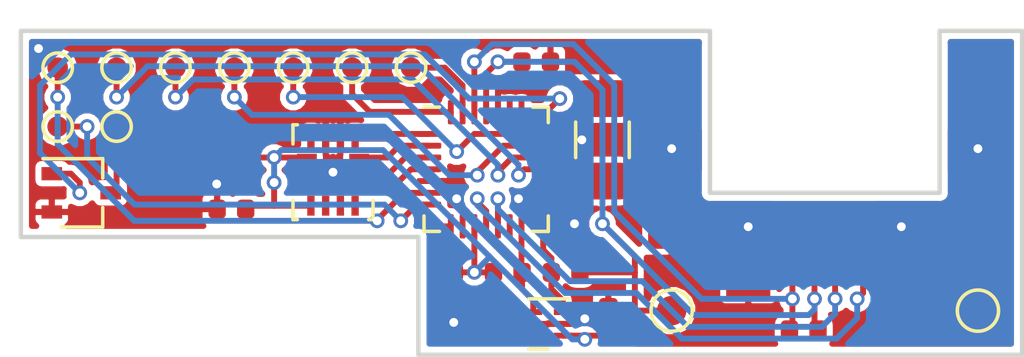
<source format=kicad_pcb>
(kicad_pcb (version 20171130) (host pcbnew "(5.0.1)-3")

  (general
    (thickness 1.6)
    (drawings 10)
    (tracks 251)
    (zones 0)
    (modules 26)
    (nets 31)
  )

  (page A4)
  (title_block
    (title "Wii Remote SPI Camera Emulator")
    (date 2018-11-04)
  )

  (layers
    (0 F.Cu signal)
    (31 B.Cu signal)
    (32 B.Adhes user)
    (33 F.Adhes user)
    (34 B.Paste user)
    (35 F.Paste user)
    (36 B.SilkS user)
    (37 F.SilkS user)
    (38 B.Mask user)
    (39 F.Mask user)
    (40 Dwgs.User user)
    (41 Cmts.User user)
    (42 Eco1.User user)
    (43 Eco2.User user)
    (44 Edge.Cuts user)
    (45 Margin user)
    (46 B.CrtYd user)
    (47 F.CrtYd user)
    (48 B.Fab user)
    (49 F.Fab user)
  )

  (setup
    (last_trace_width 0.2)
    (trace_clearance 0.2)
    (zone_clearance 0.508)
    (zone_45_only no)
    (trace_min 0.2)
    (segment_width 0.2)
    (edge_width 0.15)
    (via_size 0.5)
    (via_drill 0.3)
    (via_min_size 0.4)
    (via_min_drill 0.3)
    (uvia_size 0.3)
    (uvia_drill 0.1)
    (uvias_allowed no)
    (uvia_min_size 0.2)
    (uvia_min_drill 0.1)
    (pcb_text_width 0.3)
    (pcb_text_size 1.5 1.5)
    (mod_edge_width 0.15)
    (mod_text_size 1 1)
    (mod_text_width 0.15)
    (pad_size 1 1)
    (pad_drill 0)
    (pad_to_mask_clearance 0.05)
    (solder_mask_min_width 0.15)
    (aux_axis_origin 0 0)
    (visible_elements 7FFDFFFF)
    (pcbplotparams
      (layerselection 0x010fc_ffffffff)
      (usegerberextensions false)
      (usegerberattributes false)
      (usegerberadvancedattributes false)
      (creategerberjobfile false)
      (excludeedgelayer true)
      (linewidth 0.100000)
      (plotframeref false)
      (viasonmask false)
      (mode 1)
      (useauxorigin false)
      (hpglpennumber 1)
      (hpglpenspeed 20)
      (hpglpendiameter 15.000000)
      (psnegative false)
      (psa4output false)
      (plotreference true)
      (plotvalue true)
      (plotinvisibletext false)
      (padsonsilk false)
      (subtractmaskfromsilk false)
      (outputformat 1)
      (mirror false)
      (drillshape 1)
      (scaleselection 1)
      (outputdirectory ""))
  )

  (net 0 "")
  (net 1 Vss)
  (net 2 Vdd)
  (net 3 "Net-(C3-Pad1)")
  (net 4 SDA)
  (net 5 SCL)
  (net 6 PLUS_OUT)
  (net 7 HOME_OUT)
  (net 8 WC)
  (net 9 RMB_OUT)
  (net 10 PGD)
  (net 11 PGC)
  (net 12 MOSI1)
  (net 13 MISO1)
  (net 14 SCK1)
  (net 15 CS1)
  (net 16 MOSI2)
  (net 17 MISO2)
  (net 18 SCK2)
  (net 19 CS2)
  (net 20 "Net-(IC1-Pad23)")
  (net 21 MCLR)
  (net 22 PLUS_IN)
  (net 23 HOME_IN)
  (net 24 "Net-(U2-Pad4)")
  (net 25 "Net-(U2-Pad9)")
  (net 26 "Net-(U2-Pad10)")
  (net 27 "Net-(U2-Pad11)")
  (net 28 "Net-(Q1-Pad3)")
  (net 29 "Net-(IC1-Pad9)")
  (net 30 "Net-(IC1-Pad13)")

  (net_class Default "This is the default net class."
    (clearance 0.2)
    (trace_width 0.2)
    (via_dia 0.5)
    (via_drill 0.3)
    (uvia_dia 0.3)
    (uvia_drill 0.1)
    (add_net CS1)
    (add_net CS2)
    (add_net HOME_IN)
    (add_net HOME_OUT)
    (add_net MCLR)
    (add_net MISO1)
    (add_net MISO2)
    (add_net MOSI1)
    (add_net MOSI2)
    (add_net "Net-(C3-Pad1)")
    (add_net "Net-(IC1-Pad13)")
    (add_net "Net-(IC1-Pad23)")
    (add_net "Net-(IC1-Pad9)")
    (add_net "Net-(Q1-Pad3)")
    (add_net "Net-(U2-Pad10)")
    (add_net "Net-(U2-Pad11)")
    (add_net "Net-(U2-Pad4)")
    (add_net "Net-(U2-Pad9)")
    (add_net PGC)
    (add_net PGD)
    (add_net PLUS_IN)
    (add_net PLUS_OUT)
    (add_net RMB_OUT)
    (add_net SCK1)
    (add_net SCK2)
    (add_net SCL)
    (add_net SDA)
    (add_net Vdd)
    (add_net Vss)
    (add_net WC)
  )

  (net_class Power ""
    (clearance 0.2)
    (trace_width 0.3)
    (via_dia 0.5)
    (via_drill 0.3)
    (uvia_dia 0.3)
    (uvia_drill 0.1)
  )

  (module "Connector_USB:USB_Micro-B_Hirose_ZX62M-B-5P(30)" (layer F.Cu) (tedit 5BDF856F) (tstamp 5BED421F)
    (at 127.3 101.9 180)
    (descr "USB Micro-B receptacle, http://www.mouser.com/ds/2/445/629105150521-469306.pdf")
    (tags "usb micro receptacle")
    (path /5BDF5C75)
    (attr smd)
    (fp_text reference J1 (at 0 -2 180) (layer F.SilkS) hide
      (effects (font (size 1 1) (thickness 0.15)))
    )
    (fp_text value USB_B_Micro (at -0.025 4.5 180) (layer F.Fab)
      (effects (font (size 1 1) (thickness 0.15)))
    )
    (fp_line (start -2.7 1.9) (end 2.7 1.9) (layer F.Fab) (width 0.15))
    (fp_text user %R (at 0 0 180) (layer F.Fab)
      (effects (font (size 1 1) (thickness 0.15)))
    )
    (fp_text user "PCB Edge" (at 0 1.9 180) (layer Dwgs.User)
      (effects (font (size 0.5 0.5) (thickness 0.08)))
    )
    (fp_line (start 3.9 1.9) (end 6 1.9) (layer F.Fab) (width 0.15))
    (fp_line (start -3.9 1.9) (end -6 1.9) (layer F.Fab) (width 0.15))
    (fp_line (start -3.9 1.9) (end -3.9 -3.6) (layer F.Fab) (width 0.15))
    (fp_line (start 3.9 1.9) (end 3.9 -3.6) (layer F.Fab) (width 0.15))
    (fp_line (start 3.9 -3.6) (end -3.9 -3.6) (layer F.Fab) (width 0.15))
    (pad 1 smd rect (at -1.3 -4.75 180) (size 0.4 1.3) (layers F.Cu F.Paste F.Mask)
      (net 10 PGD))
    (pad 2 smd rect (at -0.65 -4.75 180) (size 0.4 1.3) (layers F.Cu F.Paste F.Mask)
      (net 11 PGC))
    (pad 3 smd rect (at 0 -4.75 180) (size 0.4 1.3) (layers F.Cu F.Paste F.Mask)
      (net 2 Vdd))
    (pad 4 smd rect (at 0.65 -4.75 180) (size 0.4 1.3) (layers F.Cu F.Paste F.Mask)
      (net 21 MCLR))
    (pad 5 smd rect (at 1.3 -4.75 180) (size 0.4 1.3) (layers F.Cu F.Paste F.Mask)
      (net 1 Vss))
    (pad 6 smd rect (at -5.2 0 180) (size 1.6 2.4) (layers F.Cu F.Paste F.Mask)
      (net 1 Vss))
    (pad 6 smd rect (at 5.2 0 180) (size 1.6 2.4) (layers F.Cu F.Paste F.Mask)
      (net 1 Vss))
    (pad 6 smd rect (at 5.2 -4.3 180) (size 1.6 2.4) (layers F.Cu F.Paste F.Mask)
      (net 1 Vss))
    (pad 6 smd rect (at -5.2 -4.3 180) (size 1.6 2.4) (layers F.Cu F.Paste F.Mask)
      (net 1 Vss))
    (pad 6 smd rect (at -2.6 -6.4 180) (size 1.5 1.5) (layers F.Cu F.Paste F.Mask)
      (net 1 Vss))
    (pad 6 smd rect (at 2.6 -6.4 180) (size 1.5 1.5) (layers F.Cu F.Paste F.Mask)
      (net 1 Vss))
    (model ${KISYS3DMOD}/Connector_USB.3dshapes/USB_Micro-B_Wuerth_629105150521.wrl
      (at (xyz 0 0 0))
      (scale (xyz 1 1 1))
      (rotate (xyz 0 0 0))
    )
  )

  (module Capacitor_SMD:C_1206_3216Metric (layer F.Cu) (tedit 5BDF85D4) (tstamp 5BED9488)
    (at 119.75 103.7 90)
    (descr "Capacitor SMD 1206 (3216 Metric), square (rectangular) end terminal, IPC_7351 nominal, (Body size source: http://www.tortai-tech.com/upload/download/2011102023233369053.pdf), generated with kicad-footprint-generator")
    (tags capacitor)
    (path /5BDF7F52)
    (attr smd)
    (fp_text reference C3 (at 0 -1.82 90) (layer F.SilkS) hide
      (effects (font (size 1 1) (thickness 0.15)))
    )
    (fp_text value 10uF (at 0 1.82 90) (layer F.Fab)
      (effects (font (size 1 1) (thickness 0.15)))
    )
    (fp_line (start -1.6 0.8) (end -1.6 -0.8) (layer F.Fab) (width 0.1))
    (fp_line (start -1.6 -0.8) (end 1.6 -0.8) (layer F.Fab) (width 0.1))
    (fp_line (start 1.6 -0.8) (end 1.6 0.8) (layer F.Fab) (width 0.1))
    (fp_line (start 1.6 0.8) (end -1.6 0.8) (layer F.Fab) (width 0.1))
    (fp_line (start -0.602064 -0.91) (end 0.602064 -0.91) (layer F.SilkS) (width 0.12))
    (fp_line (start -0.602064 0.91) (end 0.602064 0.91) (layer F.SilkS) (width 0.12))
    (fp_line (start -2.28 1.12) (end -2.28 -1.12) (layer F.CrtYd) (width 0.05))
    (fp_line (start -2.28 -1.12) (end 2.28 -1.12) (layer F.CrtYd) (width 0.05))
    (fp_line (start 2.28 -1.12) (end 2.28 1.12) (layer F.CrtYd) (width 0.05))
    (fp_line (start 2.28 1.12) (end -2.28 1.12) (layer F.CrtYd) (width 0.05))
    (fp_text user %R (at 0 0 90) (layer F.Fab)
      (effects (font (size 0.8 0.8) (thickness 0.12)))
    )
    (pad 1 smd roundrect (at -1.4 0 90) (size 1.25 1.75) (layers F.Cu F.Paste F.Mask) (roundrect_rratio 0.2)
      (net 3 "Net-(C3-Pad1)"))
    (pad 2 smd roundrect (at 1.4 0 90) (size 1.25 1.75) (layers F.Cu F.Paste F.Mask) (roundrect_rratio 0.2)
      (net 1 Vss))
    (model ${KISYS3DMOD}/Capacitor_SMD.3dshapes/C_1206_3216Metric.wrl
      (at (xyz 0 0 0))
      (scale (xyz 1 1 1))
      (rotate (xyz 0 0 0))
    )
  )

  (module Resistor_SMD:R_0402_1005Metric (layer F.Cu) (tedit 5BDF85BD) (tstamp 5BED9989)
    (at 116.535 108.2)
    (descr "Resistor SMD 0402 (1005 Metric), square (rectangular) end terminal, IPC_7351 nominal, (Body size source: http://www.tortai-tech.com/upload/download/2011102023233369053.pdf), generated with kicad-footprint-generator")
    (tags resistor)
    (path /5BDF62B4)
    (attr smd)
    (fp_text reference R2 (at 0 -1.17) (layer F.SilkS) hide
      (effects (font (size 1 1) (thickness 0.15)))
    )
    (fp_text value 4.7k (at 0 1.17) (layer F.Fab)
      (effects (font (size 1 1) (thickness 0.15)))
    )
    (fp_text user %R (at 0 0) (layer F.Fab)
      (effects (font (size 0.25 0.25) (thickness 0.04)))
    )
    (fp_line (start 0.93 0.47) (end -0.93 0.47) (layer F.CrtYd) (width 0.05))
    (fp_line (start 0.93 -0.47) (end 0.93 0.47) (layer F.CrtYd) (width 0.05))
    (fp_line (start -0.93 -0.47) (end 0.93 -0.47) (layer F.CrtYd) (width 0.05))
    (fp_line (start -0.93 0.47) (end -0.93 -0.47) (layer F.CrtYd) (width 0.05))
    (fp_line (start 0.5 0.25) (end -0.5 0.25) (layer F.Fab) (width 0.1))
    (fp_line (start 0.5 -0.25) (end 0.5 0.25) (layer F.Fab) (width 0.1))
    (fp_line (start -0.5 -0.25) (end 0.5 -0.25) (layer F.Fab) (width 0.1))
    (fp_line (start -0.5 0.25) (end -0.5 -0.25) (layer F.Fab) (width 0.1))
    (pad 2 smd roundrect (at 0.485 0) (size 0.59 0.64) (layers F.Cu F.Paste F.Mask) (roundrect_rratio 0.25)
      (net 5 SCL))
    (pad 1 smd roundrect (at -0.485 0) (size 0.59 0.64) (layers F.Cu F.Paste F.Mask) (roundrect_rratio 0.25)
      (net 2 Vdd))
    (model ${KISYS3DMOD}/Resistor_SMD.3dshapes/R_0402_1005Metric.wrl
      (at (xyz 0 0 0))
      (scale (xyz 1 1 1))
      (rotate (xyz 0 0 0))
    )
  )

  (module Package_LGA:LGA-14_3x2.5mm_P0.5mm (layer F.Cu) (tedit 5BDF9E94) (tstamp 5BEE6B81)
    (at 110.6 104.8 270)
    (descr "LGA, 14 Pin (http://www.st.com/resource/en/datasheet/lsm6ds3.pdf), generated with kicad-footprint-generator ipc_lga_layoutBorder_generator.py")
    (tags "LGA LGA")
    (path /5BDF58C4)
    (attr smd)
    (fp_text reference U2 (at 0 -2.2 270) (layer F.SilkS) hide
      (effects (font (size 1 1) (thickness 0.15)))
    )
    (fp_text value LSM6DS3 (at 0 2.2 270) (layer F.Fab)
      (effects (font (size 1 1) (thickness 0.15)))
    )
    (fp_line (start 0.96 -1.36) (end 1.61 -1.36) (layer F.SilkS) (width 0.12))
    (fp_line (start 1.61 -1.36) (end 1.61 -1.21) (layer F.SilkS) (width 0.12))
    (fp_line (start -0.96 1.36) (end -1.61 1.36) (layer F.SilkS) (width 0.12))
    (fp_line (start -1.61 1.36) (end -1.61 1.21) (layer F.SilkS) (width 0.12))
    (fp_line (start 0.96 1.36) (end 1.61 1.36) (layer F.SilkS) (width 0.12))
    (fp_line (start 1.61 1.36) (end 1.61 1.21) (layer F.SilkS) (width 0.12))
    (fp_line (start -0.75 -1.25) (end 1.5 -1.25) (layer F.Fab) (width 0.1))
    (fp_line (start 1.5 -1.25) (end 1.5 1.25) (layer F.Fab) (width 0.1))
    (fp_line (start 1.5 1.25) (end -1.5 1.25) (layer F.Fab) (width 0.1))
    (fp_line (start -1.5 1.25) (end -1.5 -0.5) (layer F.Fab) (width 0.1))
    (fp_line (start -1.5 -0.5) (end -0.75 -1.25) (layer F.Fab) (width 0.1))
    (fp_line (start -1.75 -1.5) (end -1.75 1.5) (layer F.CrtYd) (width 0.05))
    (fp_line (start -1.75 1.5) (end 1.75 1.5) (layer F.CrtYd) (width 0.05))
    (fp_line (start 1.75 1.5) (end 1.75 -1.5) (layer F.CrtYd) (width 0.05))
    (fp_line (start 1.75 -1.5) (end -1.75 -1.5) (layer F.CrtYd) (width 0.05))
    (fp_text user %R (at 0 0 270) (layer F.Fab)
      (effects (font (size 0.75 0.75) (thickness 0.11)))
    )
    (pad 1 smd rect (at -1.1375 -0.75 270) (size 0.675 0.25) (layers F.Cu F.Paste F.Mask)
      (net 13 MISO1))
    (pad 2 smd rect (at -1.1375 -0.25 270) (size 0.675 0.25) (layers F.Cu F.Paste F.Mask)
      (net 1 Vss))
    (pad 3 smd rect (at -1.1375 0.25 270) (size 0.675 0.25) (layers F.Cu F.Paste F.Mask)
      (net 1 Vss))
    (pad 4 smd rect (at -1.1375 0.75 270) (size 0.675 0.25) (layers F.Cu F.Paste F.Mask)
      (net 24 "Net-(U2-Pad4)"))
    (pad 5 smd rect (at -0.5 0.8875 270) (size 0.25 0.675) (layers F.Cu F.Paste F.Mask)
      (net 2 Vdd))
    (pad 6 smd rect (at 0 0.8875 270) (size 0.25 0.675) (layers F.Cu F.Paste F.Mask)
      (net 1 Vss))
    (pad 7 smd rect (at 0.5 0.8875 270) (size 0.25 0.675) (layers F.Cu F.Paste F.Mask)
      (net 1 Vss))
    (pad 8 smd rect (at 1.1375 0.75 270) (size 0.675 0.25) (layers F.Cu F.Paste F.Mask)
      (net 2 Vdd))
    (pad 9 smd rect (at 1.1375 0.25 270) (size 0.675 0.25) (layers F.Cu F.Paste F.Mask)
      (net 25 "Net-(U2-Pad9)"))
    (pad 10 smd rect (at 1.1375 -0.25 270) (size 0.675 0.25) (layers F.Cu F.Paste F.Mask)
      (net 26 "Net-(U2-Pad10)"))
    (pad 11 smd rect (at 1.1375 -0.75 270) (size 0.675 0.25) (layers F.Cu F.Paste F.Mask)
      (net 27 "Net-(U2-Pad11)"))
    (pad 12 smd rect (at 0.5 -0.8875 270) (size 0.25 0.675) (layers F.Cu F.Paste F.Mask)
      (net 15 CS1))
    (pad 13 smd rect (at 0 -0.8875 270) (size 0.25 0.675) (layers F.Cu F.Paste F.Mask)
      (net 14 SCK1))
    (pad 14 smd rect (at -0.5 -0.8875 270) (size 0.25 0.675) (layers F.Cu F.Paste F.Mask)
      (net 12 MOSI1))
    (model ${KISYS3DMOD}/Package_LGA.3dshapes/LGA-14_3x2.5mm_P0.5mm_LayoutBorder3x4y.wrl
      (at (xyz 0 0 0))
      (scale (xyz 1 1 1))
      (rotate (xyz 0 0 0))
    )
  )

  (module Capacitor_SMD:C_0402_1005Metric (layer F.Cu) (tedit 5BDF85D0) (tstamp 5BEE6DAD)
    (at 107.15 104.3)
    (descr "Capacitor SMD 0402 (1005 Metric), square (rectangular) end terminal, IPC_7351 nominal, (Body size source: http://www.tortai-tech.com/upload/download/2011102023233369053.pdf), generated with kicad-footprint-generator")
    (tags capacitor)
    (path /5BDF74B2)
    (attr smd)
    (fp_text reference C1 (at 0 -1.17) (layer F.SilkS) hide
      (effects (font (size 1 1) (thickness 0.15)))
    )
    (fp_text value 0.1uF (at 0 1.17) (layer F.Fab)
      (effects (font (size 1 1) (thickness 0.15)))
    )
    (fp_line (start -0.5 0.25) (end -0.5 -0.25) (layer F.Fab) (width 0.1))
    (fp_line (start -0.5 -0.25) (end 0.5 -0.25) (layer F.Fab) (width 0.1))
    (fp_line (start 0.5 -0.25) (end 0.5 0.25) (layer F.Fab) (width 0.1))
    (fp_line (start 0.5 0.25) (end -0.5 0.25) (layer F.Fab) (width 0.1))
    (fp_line (start -0.93 0.47) (end -0.93 -0.47) (layer F.CrtYd) (width 0.05))
    (fp_line (start -0.93 -0.47) (end 0.93 -0.47) (layer F.CrtYd) (width 0.05))
    (fp_line (start 0.93 -0.47) (end 0.93 0.47) (layer F.CrtYd) (width 0.05))
    (fp_line (start 0.93 0.47) (end -0.93 0.47) (layer F.CrtYd) (width 0.05))
    (fp_text user %R (at 0 0) (layer F.Fab)
      (effects (font (size 0.25 0.25) (thickness 0.04)))
    )
    (pad 1 smd roundrect (at -0.485 0) (size 0.59 0.64) (layers F.Cu F.Paste F.Mask) (roundrect_rratio 0.25)
      (net 1 Vss))
    (pad 2 smd roundrect (at 0.485 0) (size 0.59 0.64) (layers F.Cu F.Paste F.Mask) (roundrect_rratio 0.25)
      (net 2 Vdd))
    (model ${KISYS3DMOD}/Capacitor_SMD.3dshapes/C_0402_1005Metric.wrl
      (at (xyz 0 0 0))
      (scale (xyz 1 1 1))
      (rotate (xyz 0 0 0))
    )
  )

  (module Capacitor_SMD:C_0402_1005Metric (layer F.Cu) (tedit 5BDF85C8) (tstamp 5BEE6ED1)
    (at 107.15 106.05 180)
    (descr "Capacitor SMD 0402 (1005 Metric), square (rectangular) end terminal, IPC_7351 nominal, (Body size source: http://www.tortai-tech.com/upload/download/2011102023233369053.pdf), generated with kicad-footprint-generator")
    (tags capacitor)
    (path /5BDF745A)
    (attr smd)
    (fp_text reference C2 (at 0 -1.17 180) (layer F.SilkS) hide
      (effects (font (size 1 1) (thickness 0.15)))
    )
    (fp_text value 0.1uF (at 0 1.17 180) (layer F.Fab)
      (effects (font (size 1 1) (thickness 0.15)))
    )
    (fp_text user %R (at 0 0 180) (layer F.Fab)
      (effects (font (size 0.25 0.25) (thickness 0.04)))
    )
    (fp_line (start 0.93 0.47) (end -0.93 0.47) (layer F.CrtYd) (width 0.05))
    (fp_line (start 0.93 -0.47) (end 0.93 0.47) (layer F.CrtYd) (width 0.05))
    (fp_line (start -0.93 -0.47) (end 0.93 -0.47) (layer F.CrtYd) (width 0.05))
    (fp_line (start -0.93 0.47) (end -0.93 -0.47) (layer F.CrtYd) (width 0.05))
    (fp_line (start 0.5 0.25) (end -0.5 0.25) (layer F.Fab) (width 0.1))
    (fp_line (start 0.5 -0.25) (end 0.5 0.25) (layer F.Fab) (width 0.1))
    (fp_line (start -0.5 -0.25) (end 0.5 -0.25) (layer F.Fab) (width 0.1))
    (fp_line (start -0.5 0.25) (end -0.5 -0.25) (layer F.Fab) (width 0.1))
    (pad 2 smd roundrect (at 0.485 0 180) (size 0.59 0.64) (layers F.Cu F.Paste F.Mask) (roundrect_rratio 0.25)
      (net 1 Vss))
    (pad 1 smd roundrect (at -0.485 0 180) (size 0.59 0.64) (layers F.Cu F.Paste F.Mask) (roundrect_rratio 0.25)
      (net 2 Vdd))
    (model ${KISYS3DMOD}/Capacitor_SMD.3dshapes/C_0402_1005Metric.wrl
      (at (xyz 0 0 0))
      (scale (xyz 1 1 1))
      (rotate (xyz 0 0 0))
    )
  )

  (module Capacitor_SMD:C_0402_1005Metric (layer F.Cu) (tedit 5BDF85C4) (tstamp 5BED3526)
    (at 114.7 108.685 270)
    (descr "Capacitor SMD 0402 (1005 Metric), square (rectangular) end terminal, IPC_7351 nominal, (Body size source: http://www.tortai-tech.com/upload/download/2011102023233369053.pdf), generated with kicad-footprint-generator")
    (tags capacitor)
    (path /5BDF926F)
    (attr smd)
    (fp_text reference C4 (at 0 -1.17 270) (layer F.SilkS) hide
      (effects (font (size 1 1) (thickness 0.15)))
    )
    (fp_text value 0.1uF (at 0 1.17 270) (layer F.Fab)
      (effects (font (size 1 1) (thickness 0.15)))
    )
    (fp_line (start -0.5 0.25) (end -0.5 -0.25) (layer F.Fab) (width 0.1))
    (fp_line (start -0.5 -0.25) (end 0.5 -0.25) (layer F.Fab) (width 0.1))
    (fp_line (start 0.5 -0.25) (end 0.5 0.25) (layer F.Fab) (width 0.1))
    (fp_line (start 0.5 0.25) (end -0.5 0.25) (layer F.Fab) (width 0.1))
    (fp_line (start -0.93 0.47) (end -0.93 -0.47) (layer F.CrtYd) (width 0.05))
    (fp_line (start -0.93 -0.47) (end 0.93 -0.47) (layer F.CrtYd) (width 0.05))
    (fp_line (start 0.93 -0.47) (end 0.93 0.47) (layer F.CrtYd) (width 0.05))
    (fp_line (start 0.93 0.47) (end -0.93 0.47) (layer F.CrtYd) (width 0.05))
    (fp_text user %R (at 0 0 270) (layer F.Fab)
      (effects (font (size 0.25 0.25) (thickness 0.04)))
    )
    (pad 1 smd roundrect (at -0.485 0 270) (size 0.59 0.64) (layers F.Cu F.Paste F.Mask) (roundrect_rratio 0.25)
      (net 2 Vdd))
    (pad 2 smd roundrect (at 0.485 0 270) (size 0.59 0.64) (layers F.Cu F.Paste F.Mask) (roundrect_rratio 0.25)
      (net 1 Vss))
    (model ${KISYS3DMOD}/Capacitor_SMD.3dshapes/C_0402_1005Metric.wrl
      (at (xyz 0 0 0))
      (scale (xyz 1 1 1))
      (rotate (xyz 0 0 0))
    )
  )

  (module Capacitor_SMD:C_0402_1005Metric (layer F.Cu) (tedit 5BDF85CC) (tstamp 5BEE7C86)
    (at 117.5 101.05)
    (descr "Capacitor SMD 0402 (1005 Metric), square (rectangular) end terminal, IPC_7351 nominal, (Body size source: http://www.tortai-tech.com/upload/download/2011102023233369053.pdf), generated with kicad-footprint-generator")
    (tags capacitor)
    (path /5BDF9572)
    (attr smd)
    (fp_text reference C5 (at 0 -1.17) (layer F.SilkS) hide
      (effects (font (size 1 1) (thickness 0.15)))
    )
    (fp_text value 0.1uF (at 0 1.17) (layer F.Fab)
      (effects (font (size 1 1) (thickness 0.15)))
    )
    (fp_text user %R (at 0 0) (layer F.Fab)
      (effects (font (size 0.25 0.25) (thickness 0.04)))
    )
    (fp_line (start 0.93 0.47) (end -0.93 0.47) (layer F.CrtYd) (width 0.05))
    (fp_line (start 0.93 -0.47) (end 0.93 0.47) (layer F.CrtYd) (width 0.05))
    (fp_line (start -0.93 -0.47) (end 0.93 -0.47) (layer F.CrtYd) (width 0.05))
    (fp_line (start -0.93 0.47) (end -0.93 -0.47) (layer F.CrtYd) (width 0.05))
    (fp_line (start 0.5 0.25) (end -0.5 0.25) (layer F.Fab) (width 0.1))
    (fp_line (start 0.5 -0.25) (end 0.5 0.25) (layer F.Fab) (width 0.1))
    (fp_line (start -0.5 -0.25) (end 0.5 -0.25) (layer F.Fab) (width 0.1))
    (fp_line (start -0.5 0.25) (end -0.5 -0.25) (layer F.Fab) (width 0.1))
    (pad 2 smd roundrect (at 0.485 0) (size 0.59 0.64) (layers F.Cu F.Paste F.Mask) (roundrect_rratio 0.25)
      (net 1 Vss))
    (pad 1 smd roundrect (at -0.485 0) (size 0.59 0.64) (layers F.Cu F.Paste F.Mask) (roundrect_rratio 0.25)
      (net 2 Vdd))
    (model ${KISYS3DMOD}/Capacitor_SMD.3dshapes/C_0402_1005Metric.wrl
      (at (xyz 0 0 0))
      (scale (xyz 1 1 1))
      (rotate (xyz 0 0 0))
    )
  )

  (module Package_TO_SOT_SMD:SOT-323_SC-70 (layer F.Cu) (tedit 5BDF857F) (tstamp 5BEE7254)
    (at 102.05 105.5)
    (descr "SOT-323, SC-70")
    (tags "SOT-323 SC-70")
    (path /5BE042BD)
    (attr smd)
    (fp_text reference Q1 (at -0.05 -1.95) (layer F.SilkS) hide
      (effects (font (size 1 1) (thickness 0.15)))
    )
    (fp_text value Q_NPN_BEC (at -0.05 2.05) (layer F.Fab)
      (effects (font (size 1 1) (thickness 0.15)))
    )
    (fp_text user %R (at 0 0 90) (layer F.Fab)
      (effects (font (size 0.5 0.5) (thickness 0.075)))
    )
    (fp_line (start 0.73 0.5) (end 0.73 1.16) (layer F.SilkS) (width 0.12))
    (fp_line (start 0.73 -1.16) (end 0.73 -0.5) (layer F.SilkS) (width 0.12))
    (fp_line (start 1.7 1.3) (end -1.7 1.3) (layer F.CrtYd) (width 0.05))
    (fp_line (start 1.7 -1.3) (end 1.7 1.3) (layer F.CrtYd) (width 0.05))
    (fp_line (start -1.7 -1.3) (end 1.7 -1.3) (layer F.CrtYd) (width 0.05))
    (fp_line (start -1.7 1.3) (end -1.7 -1.3) (layer F.CrtYd) (width 0.05))
    (fp_line (start 0.73 -1.16) (end -1.3 -1.16) (layer F.SilkS) (width 0.12))
    (fp_line (start -0.68 1.16) (end 0.73 1.16) (layer F.SilkS) (width 0.12))
    (fp_line (start 0.67 -1.1) (end -0.18 -1.1) (layer F.Fab) (width 0.1))
    (fp_line (start -0.68 -0.6) (end -0.68 1.1) (layer F.Fab) (width 0.1))
    (fp_line (start 0.67 -1.1) (end 0.67 1.1) (layer F.Fab) (width 0.1))
    (fp_line (start 0.67 1.1) (end -0.68 1.1) (layer F.Fab) (width 0.1))
    (fp_line (start -0.18 -1.1) (end -0.68 -0.6) (layer F.Fab) (width 0.1))
    (pad 1 smd rect (at -1 -0.65 270) (size 0.45 0.7) (layers F.Cu F.Paste F.Mask)
      (net 9 RMB_OUT))
    (pad 2 smd rect (at -1 0.65 270) (size 0.45 0.7) (layers F.Cu F.Paste F.Mask)
      (net 1 Vss))
    (pad 3 smd rect (at 1 0 270) (size 0.45 0.7) (layers F.Cu F.Paste F.Mask)
      (net 28 "Net-(Q1-Pad3)"))
    (model ${KISYS3DMOD}/Package_TO_SOT_SMD.3dshapes/SOT-323_SC-70.wrl
      (at (xyz 0 0 0))
      (scale (xyz 1 1 1))
      (rotate (xyz 0 0 0))
    )
  )

  (module Resistor_SMD:R_0402_1005Metric (layer F.Cu) (tedit 5BDF8F7B) (tstamp 5BED9935)
    (at 118.5 108.2 180)
    (descr "Resistor SMD 0402 (1005 Metric), square (rectangular) end terminal, IPC_7351 nominal, (Body size source: http://www.tortai-tech.com/upload/download/2011102023233369053.pdf), generated with kicad-footprint-generator")
    (tags resistor)
    (path /5BDF6312)
    (attr smd)
    (fp_text reference R1 (at 0 -1.17 180) (layer F.SilkS) hide
      (effects (font (size 1 1) (thickness 0.15)))
    )
    (fp_text value 4.7k (at 0 1.17 180) (layer F.Fab)
      (effects (font (size 1 1) (thickness 0.15)))
    )
    (fp_line (start -0.5 0.25) (end -0.5 -0.25) (layer F.Fab) (width 0.1))
    (fp_line (start -0.5 -0.25) (end 0.5 -0.25) (layer F.Fab) (width 0.1))
    (fp_line (start 0.5 -0.25) (end 0.5 0.25) (layer F.Fab) (width 0.1))
    (fp_line (start 0.5 0.25) (end -0.5 0.25) (layer F.Fab) (width 0.1))
    (fp_line (start -0.93 0.47) (end -0.93 -0.47) (layer F.CrtYd) (width 0.05))
    (fp_line (start -0.93 -0.47) (end 0.93 -0.47) (layer F.CrtYd) (width 0.05))
    (fp_line (start 0.93 -0.47) (end 0.93 0.47) (layer F.CrtYd) (width 0.05))
    (fp_line (start 0.93 0.47) (end -0.93 0.47) (layer F.CrtYd) (width 0.05))
    (fp_text user %R (at 0 0 180) (layer F.Fab)
      (effects (font (size 0.25 0.25) (thickness 0.04)))
    )
    (pad 1 smd roundrect (at -0.485 0 180) (size 0.59 0.64) (layers F.Cu F.Paste F.Mask) (roundrect_rratio 0.25)
      (net 2 Vdd))
    (pad 2 smd roundrect (at 0.485 0 180) (size 0.59 0.64) (layers F.Cu F.Paste F.Mask) (roundrect_rratio 0.25)
      (net 4 SDA))
    (model ${KISYS3DMOD}/Resistor_SMD.3dshapes/R_0402_1005Metric.wrl
      (at (xyz 0 0 0))
      (scale (xyz 1 1 1))
      (rotate (xyz 0 0 0))
    )
  )

  (module Resistor_SMD:R_0402_1005Metric (layer F.Cu) (tedit 5BDF85B9) (tstamp 5BED995F)
    (at 116.05 109.85 270)
    (descr "Resistor SMD 0402 (1005 Metric), square (rectangular) end terminal, IPC_7351 nominal, (Body size source: http://www.tortai-tech.com/upload/download/2011102023233369053.pdf), generated with kicad-footprint-generator")
    (tags resistor)
    (path /5BDF604E)
    (attr smd)
    (fp_text reference R3 (at 0 -1.17 270) (layer F.SilkS) hide
      (effects (font (size 1 1) (thickness 0.15)))
    )
    (fp_text value 10k (at 0 1.17 270) (layer F.Fab)
      (effects (font (size 1 1) (thickness 0.15)))
    )
    (fp_line (start -0.5 0.25) (end -0.5 -0.25) (layer F.Fab) (width 0.1))
    (fp_line (start -0.5 -0.25) (end 0.5 -0.25) (layer F.Fab) (width 0.1))
    (fp_line (start 0.5 -0.25) (end 0.5 0.25) (layer F.Fab) (width 0.1))
    (fp_line (start 0.5 0.25) (end -0.5 0.25) (layer F.Fab) (width 0.1))
    (fp_line (start -0.93 0.47) (end -0.93 -0.47) (layer F.CrtYd) (width 0.05))
    (fp_line (start -0.93 -0.47) (end 0.93 -0.47) (layer F.CrtYd) (width 0.05))
    (fp_line (start 0.93 -0.47) (end 0.93 0.47) (layer F.CrtYd) (width 0.05))
    (fp_line (start 0.93 0.47) (end -0.93 0.47) (layer F.CrtYd) (width 0.05))
    (fp_text user %R (at 0 0 270) (layer F.Fab)
      (effects (font (size 0.25 0.25) (thickness 0.04)))
    )
    (pad 1 smd roundrect (at -0.485 0 270) (size 0.59 0.64) (layers F.Cu F.Paste F.Mask) (roundrect_rratio 0.25)
      (net 2 Vdd))
    (pad 2 smd roundrect (at 0.485 0 270) (size 0.59 0.64) (layers F.Cu F.Paste F.Mask) (roundrect_rratio 0.25)
      (net 8 WC))
    (model ${KISYS3DMOD}/Resistor_SMD.3dshapes/R_0402_1005Metric.wrl
      (at (xyz 0 0 0))
      (scale (xyz 1 1 1))
      (rotate (xyz 0 0 0))
    )
  )

  (module Resistor_SMD:R_0402_1005Metric (layer F.Cu) (tedit 5BDF85B6) (tstamp 5BED35CF)
    (at 126.585 110.15 180)
    (descr "Resistor SMD 0402 (1005 Metric), square (rectangular) end terminal, IPC_7351 nominal, (Body size source: http://www.tortai-tech.com/upload/download/2011102023233369053.pdf), generated with kicad-footprint-generator")
    (tags resistor)
    (path /5BDFA128)
    (attr smd)
    (fp_text reference R4 (at 0 -1.17 180) (layer F.SilkS) hide
      (effects (font (size 1 1) (thickness 0.15)))
    )
    (fp_text value 10k (at 0 1.17 180) (layer F.Fab)
      (effects (font (size 1 1) (thickness 0.15)))
    )
    (fp_text user %R (at 0 0 180) (layer F.Fab)
      (effects (font (size 0.25 0.25) (thickness 0.04)))
    )
    (fp_line (start 0.93 0.47) (end -0.93 0.47) (layer F.CrtYd) (width 0.05))
    (fp_line (start 0.93 -0.47) (end 0.93 0.47) (layer F.CrtYd) (width 0.05))
    (fp_line (start -0.93 -0.47) (end 0.93 -0.47) (layer F.CrtYd) (width 0.05))
    (fp_line (start -0.93 0.47) (end -0.93 -0.47) (layer F.CrtYd) (width 0.05))
    (fp_line (start 0.5 0.25) (end -0.5 0.25) (layer F.Fab) (width 0.1))
    (fp_line (start 0.5 -0.25) (end 0.5 0.25) (layer F.Fab) (width 0.1))
    (fp_line (start -0.5 -0.25) (end 0.5 -0.25) (layer F.Fab) (width 0.1))
    (fp_line (start -0.5 0.25) (end -0.5 -0.25) (layer F.Fab) (width 0.1))
    (pad 2 smd roundrect (at 0.485 0 180) (size 0.59 0.64) (layers F.Cu F.Paste F.Mask) (roundrect_rratio 0.25)
      (net 21 MCLR))
    (pad 1 smd roundrect (at -0.485 0 180) (size 0.59 0.64) (layers F.Cu F.Paste F.Mask) (roundrect_rratio 0.25)
      (net 2 Vdd))
    (model ${KISYS3DMOD}/Resistor_SMD.3dshapes/R_0402_1005Metric.wrl
      (at (xyz 0 0 0))
      (scale (xyz 1 1 1))
      (rotate (xyz 0 0 0))
    )
  )

  (module TestPoint:TestPoint_Pad_D1.0mm (layer F.Cu) (tedit 5BDFB2C7) (tstamp 5BED35D7)
    (at 122.1 109.5)
    (descr "SMD pad as test Point, diameter 1.0mm")
    (tags "test point SMD pad")
    (path /5BDF8DFD)
    (attr virtual)
    (fp_text reference TP1 (at 0 -1.448) (layer F.SilkS) hide
      (effects (font (size 1 1) (thickness 0.15)))
    )
    (fp_text value TestPoint (at 0 1.55) (layer F.Fab)
      (effects (font (size 1 1) (thickness 0.15)))
    )
    (fp_circle (center 0 0) (end 0 0.7) (layer F.SilkS) (width 0.12))
    (fp_circle (center 0 0) (end 1 0) (layer F.CrtYd) (width 0.05))
    (fp_text user %R (at 0 -1.45) (layer F.Fab)
      (effects (font (size 1 1) (thickness 0.15)))
    )
    (pad 1 smd circle (at 0 0) (size 1 1) (layers F.Cu F.Mask)
      (net 2 Vdd) (clearance 0.3))
  )

  (module TestPoint:TestPoint_Pad_D1.0mm (layer F.Cu) (tedit 5BDFB2CD) (tstamp 5BED35DF)
    (at 132.5 109.5)
    (descr "SMD pad as test Point, diameter 1.0mm")
    (tags "test point SMD pad")
    (path /5BDF8E2F)
    (attr virtual)
    (fp_text reference TP2 (at 0 -1.448) (layer F.SilkS) hide
      (effects (font (size 1 1) (thickness 0.15)))
    )
    (fp_text value TestPoint (at 0 1.55) (layer F.Fab)
      (effects (font (size 1 1) (thickness 0.15)))
    )
    (fp_text user %R (at 0 -1.45) (layer F.Fab)
      (effects (font (size 1 1) (thickness 0.15)))
    )
    (fp_circle (center 0 0) (end 1 0) (layer F.CrtYd) (width 0.05))
    (fp_circle (center 0 0) (end 0 0.7) (layer F.SilkS) (width 0.12))
    (pad 1 smd circle (at 0 0) (size 1 1) (layers F.Cu F.Mask)
      (net 1 Vss) (clearance 0.3))
  )

  (module Package_DFN_QFN:UDFN-5_1.7x1.4mm_P0.4mm (layer F.Cu) (tedit 5BDF8583) (tstamp 5BED98FF)
    (at 117.9 109.95 180)
    (descr "6-Lead Plastic DFN (1.3mm x 1.2mm) ")
    (tags "DFN 0.4")
    (path /5BDF557E)
    (attr smd)
    (fp_text reference U1 (at 0 -1.7 180) (layer F.SilkS) hide
      (effects (font (size 1 1) (thickness 0.15)))
    )
    (fp_text value M24128-BFMH6TG (at 0 1.5 180) (layer F.Fab)
      (effects (font (size 1 1) (thickness 0.15)))
    )
    (fp_text user %R (at 0 0.025 180) (layer F.Fab)
      (effects (font (size 0.5 0.5) (thickness 0.075)))
    )
    (fp_line (start 0 -0.85) (end 0.65 -0.85) (layer F.SilkS) (width 0.12))
    (fp_line (start -0.7 0.85) (end 0.65 0.85) (layer F.SilkS) (width 0.12))
    (fp_line (start 0.85 -0.7) (end 0.85 0.7) (layer F.Fab) (width 0.12))
    (fp_line (start 0.85 -0.7) (end -0.15 -0.7) (layer F.Fab) (width 0.12))
    (fp_line (start 0.85 0.7) (end -0.85 0.7) (layer F.Fab) (width 0.12))
    (fp_line (start -0.85 0.7) (end -0.85 0) (layer F.Fab) (width 0.12))
    (fp_line (start -0.15 -0.7) (end -0.85 0) (layer F.Fab) (width 0.12))
    (fp_line (start 0.95 -0.8) (end 0.95 0.8) (layer F.CrtYd) (width 0.05))
    (fp_line (start 0.95 0.8) (end -0.95 0.8) (layer F.CrtYd) (width 0.05))
    (fp_line (start -0.95 0.8) (end -0.95 -0.8) (layer F.CrtYd) (width 0.05))
    (fp_line (start -0.95 -0.8) (end 0.95 -0.8) (layer F.CrtYd) (width 0.05))
    (pad 1 smd rect (at -0.5 -0.4 180) (size 0.6 0.2) (layers F.Cu F.Paste F.Mask)
      (net 2 Vdd))
    (pad 2 smd rect (at 0 0 180) (size 1.6 0.2) (layers F.Cu F.Paste F.Mask)
      (net 1 Vss))
    (pad 5 smd rect (at 0.5 -0.4 180) (size 0.6 0.2) (layers F.Cu F.Paste F.Mask)
      (net 8 WC))
    (pad 3 smd rect (at -0.5 0.4 180) (size 0.6 0.2) (layers F.Cu F.Paste F.Mask)
      (net 4 SDA))
    (pad 4 smd rect (at 0.5 0.4 180) (size 0.6 0.2) (layers F.Cu F.Paste F.Mask)
      (net 5 SCL))
    (model ${KISYS3DMOD}/Package_DFN_QFN.3dshapes/DFN-6_1.3x1.2mm_P0.4mm.wrl
      (at (xyz 0 0 0))
      (scale (xyz 1 1 1))
      (rotate (xyz 0 0 0))
    )
  )

  (module Capacitor_SMD:C_0402_1005Metric (layer F.Cu) (tedit 5BDF879D) (tstamp 5BEE4ACA)
    (at 119.95 109.85 90)
    (descr "Capacitor SMD 0402 (1005 Metric), square (rectangular) end terminal, IPC_7351 nominal, (Body size source: http://www.tortai-tech.com/upload/download/2011102023233369053.pdf), generated with kicad-footprint-generator")
    (tags capacitor)
    (path /5BE025DB)
    (attr smd)
    (fp_text reference C6 (at 0 -1.17 90) (layer F.SilkS) hide
      (effects (font (size 1 1) (thickness 0.15)))
    )
    (fp_text value 0.1uF (at 0 1.17 90) (layer F.Fab)
      (effects (font (size 1 1) (thickness 0.15)))
    )
    (fp_line (start -0.5 0.25) (end -0.5 -0.25) (layer F.Fab) (width 0.1))
    (fp_line (start -0.5 -0.25) (end 0.5 -0.25) (layer F.Fab) (width 0.1))
    (fp_line (start 0.5 -0.25) (end 0.5 0.25) (layer F.Fab) (width 0.1))
    (fp_line (start 0.5 0.25) (end -0.5 0.25) (layer F.Fab) (width 0.1))
    (fp_line (start -0.93 0.47) (end -0.93 -0.47) (layer F.CrtYd) (width 0.05))
    (fp_line (start -0.93 -0.47) (end 0.93 -0.47) (layer F.CrtYd) (width 0.05))
    (fp_line (start 0.93 -0.47) (end 0.93 0.47) (layer F.CrtYd) (width 0.05))
    (fp_line (start 0.93 0.47) (end -0.93 0.47) (layer F.CrtYd) (width 0.05))
    (fp_text user %R (at 0 0 90) (layer F.Fab)
      (effects (font (size 0.25 0.25) (thickness 0.04)))
    )
    (pad 1 smd roundrect (at -0.485 0 90) (size 0.59 0.64) (layers F.Cu F.Paste F.Mask) (roundrect_rratio 0.25)
      (net 2 Vdd))
    (pad 2 smd roundrect (at 0.485 0 90) (size 0.59 0.64) (layers F.Cu F.Paste F.Mask) (roundrect_rratio 0.25)
      (net 1 Vss))
    (model ${KISYS3DMOD}/Capacitor_SMD.3dshapes/C_0402_1005Metric.wrl
      (at (xyz 0 0 0))
      (scale (xyz 1 1 1))
      (rotate (xyz 0 0 0))
    )
  )

  (module Package_DFN_QFN:QFN-28_4x4mm_P0.4mm (layer F.Cu) (tedit 5BDF9E90) (tstamp 5BEDF778)
    (at 115.8 104.7)
    (descr "QFN, 28 Pin (http://ww1.microchip.com/downloads/en/PackagingSpec/00000049BQ.pdf (Page 280)), generated with kicad-footprint-generator ipc_dfn_qfn_generator.py")
    (tags "QFN DFN_QFN")
    (path /5BDF571D)
    (attr smd)
    (fp_text reference IC1 (at 0 -3.3) (layer F.SilkS) hide
      (effects (font (size 1 1) (thickness 0.15)))
    )
    (fp_text value PIC24FJ64GA702-IMV (at 0 3.3) (layer F.Fab)
      (effects (font (size 1 1) (thickness 0.15)))
    )
    (fp_line (start 1.585 -2.11) (end 2.11 -2.11) (layer F.SilkS) (width 0.12))
    (fp_line (start 2.11 -2.11) (end 2.11 -1.585) (layer F.SilkS) (width 0.12))
    (fp_line (start -1.585 2.11) (end -2.11 2.11) (layer F.SilkS) (width 0.12))
    (fp_line (start -2.11 2.11) (end -2.11 1.585) (layer F.SilkS) (width 0.12))
    (fp_line (start 1.585 2.11) (end 2.11 2.11) (layer F.SilkS) (width 0.12))
    (fp_line (start 2.11 2.11) (end 2.11 1.585) (layer F.SilkS) (width 0.12))
    (fp_line (start -1.585 -2.11) (end -2.11 -2.11) (layer F.SilkS) (width 0.12))
    (fp_line (start -1 -2) (end 2 -2) (layer F.Fab) (width 0.1))
    (fp_line (start 2 -2) (end 2 2) (layer F.Fab) (width 0.1))
    (fp_line (start 2 2) (end -2 2) (layer F.Fab) (width 0.1))
    (fp_line (start -2 2) (end -2 -1) (layer F.Fab) (width 0.1))
    (fp_line (start -2 -1) (end -1 -2) (layer F.Fab) (width 0.1))
    (fp_line (start -2.6 -2.6) (end -2.6 2.6) (layer F.CrtYd) (width 0.05))
    (fp_line (start -2.6 2.6) (end 2.6 2.6) (layer F.CrtYd) (width 0.05))
    (fp_line (start 2.6 2.6) (end 2.6 -2.6) (layer F.CrtYd) (width 0.05))
    (fp_line (start 2.6 -2.6) (end -2.6 -2.6) (layer F.CrtYd) (width 0.05))
    (fp_text user %R (at 0 0) (layer F.Fab)
      (effects (font (size 1 1) (thickness 0.15)))
    )
    (pad 1 smd roundrect (at -1.9375 -1.2) (size 0.825 0.2) (layers F.Cu F.Paste F.Mask) (roundrect_rratio 0.25)
      (net 13 MISO1))
    (pad 2 smd roundrect (at -1.9375 -0.8) (size 0.825 0.2) (layers F.Cu F.Paste F.Mask) (roundrect_rratio 0.25)
      (net 12 MOSI1))
    (pad 3 smd roundrect (at -1.9375 -0.4) (size 0.825 0.2) (layers F.Cu F.Paste F.Mask) (roundrect_rratio 0.25)
      (net 14 SCK1))
    (pad 4 smd roundrect (at -1.9375 0) (size 0.825 0.2) (layers F.Cu F.Paste F.Mask) (roundrect_rratio 0.25)
      (net 15 CS1))
    (pad 5 smd roundrect (at -1.9375 0.4) (size 0.825 0.2) (layers F.Cu F.Paste F.Mask) (roundrect_rratio 0.25)
      (net 1 Vss))
    (pad 6 smd roundrect (at -1.9375 0.8) (size 0.825 0.2) (layers F.Cu F.Paste F.Mask) (roundrect_rratio 0.25)
      (net 6 PLUS_OUT))
    (pad 7 smd roundrect (at -1.9375 1.2) (size 0.825 0.2) (layers F.Cu F.Paste F.Mask) (roundrect_rratio 0.25)
      (net 7 HOME_OUT))
    (pad 8 smd roundrect (at -1.2 1.9375) (size 0.2 0.825) (layers F.Cu F.Paste F.Mask) (roundrect_rratio 0.25)
      (net 8 WC))
    (pad 9 smd roundrect (at -0.8 1.9375) (size 0.2 0.825) (layers F.Cu F.Paste F.Mask) (roundrect_rratio 0.25)
      (net 29 "Net-(IC1-Pad9)"))
    (pad 10 smd roundrect (at -0.4 1.9375) (size 0.2 0.825) (layers F.Cu F.Paste F.Mask) (roundrect_rratio 0.25)
      (net 2 Vdd))
    (pad 11 smd roundrect (at 0 1.9375) (size 0.2 0.825) (layers F.Cu F.Paste F.Mask) (roundrect_rratio 0.25)
      (net 10 PGD))
    (pad 12 smd roundrect (at 0.4 1.9375) (size 0.2 0.825) (layers F.Cu F.Paste F.Mask) (roundrect_rratio 0.25)
      (net 11 PGC))
    (pad 13 smd roundrect (at 0.8 1.9375) (size 0.2 0.825) (layers F.Cu F.Paste F.Mask) (roundrect_rratio 0.25)
      (net 30 "Net-(IC1-Pad13)"))
    (pad 14 smd roundrect (at 1.2 1.9375) (size 0.2 0.825) (layers F.Cu F.Paste F.Mask) (roundrect_rratio 0.25)
      (net 5 SCL))
    (pad 15 smd roundrect (at 1.9375 1.2) (size 0.825 0.2) (layers F.Cu F.Paste F.Mask) (roundrect_rratio 0.25)
      (net 4 SDA))
    (pad 16 smd roundrect (at 1.9375 0.8) (size 0.825 0.2) (layers F.Cu F.Paste F.Mask) (roundrect_rratio 0.25)
      (net 1 Vss))
    (pad 17 smd roundrect (at 1.9375 0.4) (size 0.825 0.2) (layers F.Cu F.Paste F.Mask) (roundrect_rratio 0.25)
      (net 3 "Net-(C3-Pad1)"))
    (pad 18 smd roundrect (at 1.9375 0) (size 0.825 0.2) (layers F.Cu F.Paste F.Mask) (roundrect_rratio 0.25)
      (net 16 MOSI2))
    (pad 19 smd roundrect (at 1.9375 -0.4) (size 0.825 0.2) (layers F.Cu F.Paste F.Mask) (roundrect_rratio 0.25)
      (net 17 MISO2))
    (pad 20 smd roundrect (at 1.9375 -0.8) (size 0.825 0.2) (layers F.Cu F.Paste F.Mask) (roundrect_rratio 0.25)
      (net 18 SCK2))
    (pad 21 smd roundrect (at 1.9375 -1.2) (size 0.825 0.2) (layers F.Cu F.Paste F.Mask) (roundrect_rratio 0.25)
      (net 19 CS2))
    (pad 22 smd roundrect (at 1.2 -1.9375) (size 0.2 0.825) (layers F.Cu F.Paste F.Mask) (roundrect_rratio 0.25)
      (net 9 RMB_OUT))
    (pad 23 smd roundrect (at 0.8 -1.9375) (size 0.2 0.825) (layers F.Cu F.Paste F.Mask) (roundrect_rratio 0.25)
      (net 20 "Net-(IC1-Pad23)"))
    (pad 24 smd roundrect (at 0.4 -1.9375) (size 0.2 0.825) (layers F.Cu F.Paste F.Mask) (roundrect_rratio 0.25)
      (net 1 Vss))
    (pad 25 smd roundrect (at 0 -1.9375) (size 0.2 0.825) (layers F.Cu F.Paste F.Mask) (roundrect_rratio 0.25)
      (net 2 Vdd))
    (pad 26 smd roundrect (at -0.4 -1.9375) (size 0.2 0.825) (layers F.Cu F.Paste F.Mask) (roundrect_rratio 0.25)
      (net 21 MCLR))
    (pad 27 smd roundrect (at -0.8 -1.9375) (size 0.2 0.825) (layers F.Cu F.Paste F.Mask) (roundrect_rratio 0.25)
      (net 23 HOME_IN))
    (pad 28 smd roundrect (at -1.2 -1.9375) (size 0.2 0.825) (layers F.Cu F.Paste F.Mask) (roundrect_rratio 0.25)
      (net 22 PLUS_IN))
    (model ${KISYS3DMOD}/Package_DFN_QFN.3dshapes/QFN-28-1EP_4x4mm_P0.4mm_EP2.4x2.4mm.wrl
      (at (xyz 0 0 0))
      (scale (xyz 1 1 1))
      (rotate (xyz 0 0 0))
    )
  )

  (module TestPoint:TestPoint_Pad_D0.7mm (layer F.Cu) (tedit 5BDFB2A5) (tstamp 5BEE71C7)
    (at 103.25 101.25)
    (descr "SMD pad as test Point, diameter 1.0mm")
    (tags "test point SMD pad")
    (path /5BDF84D0)
    (attr virtual)
    (fp_text reference TP3 (at 0 -1.448) (layer F.SilkS) hide
      (effects (font (size 1 1) (thickness 0.15)))
    )
    (fp_text value TestPoint (at 0 1.55) (layer F.Fab)
      (effects (font (size 1 1) (thickness 0.15)))
    )
    (fp_circle (center 0 0) (end 0.5 0) (layer F.SilkS) (width 0.12))
    (fp_circle (center 0 0) (end 0.7 0) (layer F.CrtYd) (width 0.05))
    (fp_text user %R (at 0 -1.45) (layer F.Fab)
      (effects (font (size 1 1) (thickness 0.15)))
    )
    (pad 1 smd circle (at 0 0) (size 0.7 0.7) (layers F.Cu F.Mask)
      (net 16 MOSI2) (clearance 0.3))
  )

  (module TestPoint:TestPoint_Pad_D0.7mm (layer F.Cu) (tedit 5BDFB2A0) (tstamp 5BEE71B2)
    (at 105.25 101.25)
    (descr "SMD pad as test Point, diameter 1.0mm")
    (tags "test point SMD pad")
    (path /5BE04823)
    (attr virtual)
    (fp_text reference TP4 (at 0 -1.448) (layer F.SilkS) hide
      (effects (font (size 1 1) (thickness 0.15)))
    )
    (fp_text value TestPoint (at 0 1.55) (layer F.Fab)
      (effects (font (size 1 1) (thickness 0.15)))
    )
    (fp_circle (center 0 0) (end 0.5 0) (layer F.SilkS) (width 0.12))
    (fp_circle (center 0 0) (end 0.7 0) (layer F.CrtYd) (width 0.05))
    (fp_text user %R (at 0 -1.45) (layer F.Fab)
      (effects (font (size 1 1) (thickness 0.15)))
    )
    (pad 1 smd circle (at 0 0) (size 0.7 0.7) (layers F.Cu F.Mask)
      (net 17 MISO2) (clearance 0.3))
  )

  (module TestPoint:TestPoint_Pad_D0.7mm (layer F.Cu) (tedit 5BDFB29B) (tstamp 5BEE7149)
    (at 107.25 101.25)
    (descr "SMD pad as test Point, diameter 1.0mm")
    (tags "test point SMD pad")
    (path /5BE0485B)
    (attr virtual)
    (fp_text reference TP5 (at 0 -1.448) (layer F.SilkS) hide
      (effects (font (size 1 1) (thickness 0.15)))
    )
    (fp_text value TestPoint (at 0 1.55) (layer F.Fab)
      (effects (font (size 1 1) (thickness 0.15)))
    )
    (fp_text user %R (at 0 -1.45) (layer F.Fab)
      (effects (font (size 1 1) (thickness 0.15)))
    )
    (fp_circle (center 0 0) (end 0.7 0) (layer F.CrtYd) (width 0.05))
    (fp_circle (center 0 0) (end 0.5 0) (layer F.SilkS) (width 0.12))
    (pad 1 smd circle (at 0 0) (size 0.7 0.7) (layers F.Cu F.Mask)
      (net 18 SCK2) (clearance 0.3))
  )

  (module TestPoint:TestPoint_Pad_D0.7mm (layer F.Cu) (tedit 5BDFB293) (tstamp 5BEE719D)
    (at 109.25 101.25)
    (descr "SMD pad as test Point, diameter 1.0mm")
    (tags "test point SMD pad")
    (path /5BE04895)
    (attr virtual)
    (fp_text reference TP6 (at 0 -1.448) (layer F.SilkS) hide
      (effects (font (size 1 1) (thickness 0.15)))
    )
    (fp_text value TestPoint (at 0 1.55) (layer F.Fab)
      (effects (font (size 1 1) (thickness 0.15)))
    )
    (fp_circle (center 0 0) (end 0.5 0) (layer F.SilkS) (width 0.12))
    (fp_circle (center 0 0) (end 0.7 0) (layer F.CrtYd) (width 0.05))
    (fp_text user %R (at 0 -1.45) (layer F.Fab)
      (effects (font (size 1 1) (thickness 0.15)))
    )
    (pad 1 smd circle (at 0 0) (size 0.7 0.7) (layers F.Cu F.Mask)
      (net 19 CS2) (clearance 0.3))
  )

  (module TestPoint:TestPoint_Pad_D0.7mm (layer F.Cu) (tedit 5BDFB28D) (tstamp 5BEE7188)
    (at 111.25 101.25)
    (descr "SMD pad as test Point, diameter 1.0mm")
    (tags "test point SMD pad")
    (path /5BE048D1)
    (attr virtual)
    (fp_text reference TP7 (at 0 -1.448) (layer F.SilkS) hide
      (effects (font (size 1 1) (thickness 0.15)))
    )
    (fp_text value TestPoint (at 0 1.55) (layer F.Fab)
      (effects (font (size 1 1) (thickness 0.15)))
    )
    (fp_text user %R (at 0 -1.45) (layer F.Fab)
      (effects (font (size 1 1) (thickness 0.15)))
    )
    (fp_circle (center 0 0) (end 0.7 0) (layer F.CrtYd) (width 0.05))
    (fp_circle (center 0 0) (end 0.5 0) (layer F.SilkS) (width 0.12))
    (pad 1 smd circle (at 0 0) (size 0.7 0.7) (layers F.Cu F.Mask)
      (net 22 PLUS_IN) (clearance 0.3))
  )

  (module TestPoint:TestPoint_Pad_D0.7mm (layer F.Cu) (tedit 5BDFB283) (tstamp 5BEE7173)
    (at 113.25 101.25)
    (descr "SMD pad as test Point, diameter 1.0mm")
    (tags "test point SMD pad")
    (path /5BE0491F)
    (attr virtual)
    (fp_text reference TP8 (at 0 -1.448) (layer F.SilkS) hide
      (effects (font (size 1 1) (thickness 0.15)))
    )
    (fp_text value TestPoint (at 0 1.55) (layer F.Fab)
      (effects (font (size 1 1) (thickness 0.15)))
    )
    (fp_text user %R (at 0 -1.45) (layer F.Fab)
      (effects (font (size 1 1) (thickness 0.15)))
    )
    (fp_circle (center 0 0) (end 0.7 0) (layer F.CrtYd) (width 0.05))
    (fp_circle (center 0 0) (end 0.5 0) (layer F.SilkS) (width 0.12))
    (pad 1 smd circle (at 0 0) (size 0.7 0.7) (layers F.Cu F.Mask)
      (net 23 HOME_IN) (clearance 0.3))
  )

  (module TestPoint:TestPoint_Pad_D0.7mm (layer F.Cu) (tedit 5BDFB2AA) (tstamp 5BEE6881)
    (at 101.25 101.25)
    (descr "SMD pad as test Point, diameter 1.0mm")
    (tags "test point SMD pad")
    (path /5BE0495F)
    (attr virtual)
    (fp_text reference TP9 (at 0 -1.448) (layer F.SilkS) hide
      (effects (font (size 1 1) (thickness 0.15)))
    )
    (fp_text value TestPoint (at 0 1.55) (layer F.Fab)
      (effects (font (size 1 1) (thickness 0.15)))
    )
    (fp_text user %R (at 0 -1.45) (layer F.Fab)
      (effects (font (size 1 1) (thickness 0.15)))
    )
    (fp_circle (center 0 0) (end 0.7 0) (layer F.CrtYd) (width 0.05))
    (fp_circle (center 0 0) (end 0.5 0) (layer F.SilkS) (width 0.12))
    (pad 1 smd circle (at 0 0) (size 0.7 0.7) (layers F.Cu F.Mask)
      (net 6 PLUS_OUT) (clearance 0.3))
  )

  (module TestPoint:TestPoint_Pad_D0.7mm (layer F.Cu) (tedit 5BDFB2B1) (tstamp 5BEE6889)
    (at 101.25 103.25)
    (descr "SMD pad as test Point, diameter 1.0mm")
    (tags "test point SMD pad")
    (path /5BE049A1)
    (attr virtual)
    (fp_text reference TP10 (at 0 -1.448) (layer F.SilkS) hide
      (effects (font (size 1 1) (thickness 0.15)))
    )
    (fp_text value TestPoint (at 0 1.55) (layer F.Fab)
      (effects (font (size 1 1) (thickness 0.15)))
    )
    (fp_circle (center 0 0) (end 0.5 0) (layer F.SilkS) (width 0.12))
    (fp_circle (center 0 0) (end 0.7 0) (layer F.CrtYd) (width 0.05))
    (fp_text user %R (at 0 -1.45) (layer F.Fab)
      (effects (font (size 1 1) (thickness 0.15)))
    )
    (pad 1 smd circle (at 0 0) (size 0.7 0.7) (layers F.Cu F.Mask)
      (net 7 HOME_OUT) (clearance 0.3))
  )

  (module TestPoint:TestPoint_Pad_D0.7mm (layer F.Cu) (tedit 5BDFB2B6) (tstamp 5BEE715E)
    (at 103.25 103.25)
    (descr "SMD pad as test Point, diameter 1.0mm")
    (tags "test point SMD pad")
    (path /5BE049FF)
    (attr virtual)
    (fp_text reference TP11 (at 0 -1.448) (layer F.SilkS) hide
      (effects (font (size 1 1) (thickness 0.15)))
    )
    (fp_text value TestPoint (at 0 1.55) (layer F.Fab)
      (effects (font (size 1 1) (thickness 0.15)))
    )
    (fp_text user %R (at 0 -1.45) (layer F.Fab)
      (effects (font (size 1 1) (thickness 0.15)))
    )
    (fp_circle (center 0 0) (end 0.7 0) (layer F.CrtYd) (width 0.05))
    (fp_circle (center 0 0) (end 0.5 0) (layer F.SilkS) (width 0.12))
    (pad 1 smd circle (at 0 0) (size 0.7 0.7) (layers F.Cu F.Mask)
      (net 28 "Net-(Q1-Pad3)") (clearance 0.3))
  )

  (gr_line (start 131.2 100) (end 134 100) (layer Edge.Cuts) (width 0.15))
  (gr_line (start 131.2 105.5) (end 131.2 100) (layer Edge.Cuts) (width 0.15))
  (gr_line (start 123.4 105.5) (end 131.2 105.5) (layer Edge.Cuts) (width 0.15))
  (gr_line (start 123.4 100) (end 123.4 105.5) (layer Edge.Cuts) (width 0.15))
  (gr_line (start 100 100) (end 123.4 100) (layer Edge.Cuts) (width 0.15))
  (gr_line (start 113.5 111) (end 134 111) (layer Edge.Cuts) (width 0.15) (tstamp 5BED99D0))
  (gr_line (start 100 100) (end 100 107) (layer Edge.Cuts) (width 0.15))
  (gr_line (start 113.5 107) (end 100 107) (layer Edge.Cuts) (width 0.15))
  (gr_line (start 113.5 111) (end 113.5 107) (layer Edge.Cuts) (width 0.15) (tstamp 5BED99D3))
  (gr_line (start 134 100) (end 134 111) (layer Edge.Cuts) (width 0.15))

  (via (at 119.15 109.774997) (size 0.5) (drill 0.3) (layers F.Cu B.Cu) (net 1))
  (segment (start 117.9 109.95) (end 118.974997 109.95) (width 0.2) (layer F.Cu) (net 1))
  (segment (start 118.974997 109.95) (end 119.15 109.774997) (width 0.2) (layer F.Cu) (net 1))
  (via (at 114.7 109.9) (size 0.5) (drill 0.3) (layers F.Cu B.Cu) (net 1))
  (segment (start 114.7 109.17) (end 114.7 109.9) (width 0.2) (layer F.Cu) (net 1))
  (via (at 116.898219 105.69941) (size 0.5) (drill 0.3) (layers F.Cu B.Cu) (net 1))
  (segment (start 117.7375 105.5) (end 117.097629 105.5) (width 0.2) (layer F.Cu) (net 1))
  (segment (start 117.097629 105.5) (end 116.898219 105.69941) (width 0.2) (layer F.Cu) (net 1))
  (via (at 110.6 104.8) (size 0.5) (drill 0.3) (layers F.Cu B.Cu) (net 1))
  (segment (start 109.7125 104.8) (end 110.6 104.8) (width 0.2) (layer F.Cu) (net 1))
  (segment (start 110.35 103.6625) (end 110.35 104.2) (width 0.2) (layer F.Cu) (net 1))
  (segment (start 110.35 104.2) (end 110.6 104.45) (width 0.2) (layer F.Cu) (net 1))
  (segment (start 110.6 104.45) (end 110.6 104.8) (width 0.2) (layer F.Cu) (net 1))
  (segment (start 110.85 104.2) (end 110.6 104.45) (width 0.2) (layer F.Cu) (net 1))
  (segment (start 110.85 103.6625) (end 110.85 104.2) (width 0.2) (layer F.Cu) (net 1))
  (segment (start 109.7125 105.3) (end 110.45 105.3) (width 0.2) (layer F.Cu) (net 1))
  (segment (start 110.45 105.3) (end 110.6 105.15) (width 0.2) (layer F.Cu) (net 1))
  (segment (start 110.6 105.15) (end 110.6 104.8) (width 0.2) (layer F.Cu) (net 1))
  (segment (start 113.8625 105.1) (end 114.6 105.1) (width 0.2) (layer F.Cu) (net 1))
  (via (at 114.798214 105.7) (size 0.5) (drill 0.3) (layers F.Cu B.Cu) (net 1))
  (segment (start 114.6 105.1) (end 114.798214 105.298214) (width 0.2) (layer F.Cu) (net 1))
  (segment (start 114.798214 105.298214) (end 114.798214 105.7) (width 0.2) (layer F.Cu) (net 1))
  (via (at 106.65 105.2) (size 0.5) (drill 0.3) (layers F.Cu B.Cu) (net 1))
  (segment (start 106.665 106.05) (end 106.665 105.215) (width 0.2) (layer F.Cu) (net 1))
  (segment (start 106.665 105.215) (end 106.65 105.2) (width 0.2) (layer F.Cu) (net 1))
  (via (at 132.5 104) (size 0.5) (drill 0.3) (layers F.Cu B.Cu) (net 1))
  (segment (start 132.5 101.9) (end 132.5 104) (width 0.2) (layer F.Cu) (net 1))
  (segment (start 122.1 101.9) (end 122.1 104) (width 0.2) (layer F.Cu) (net 1))
  (via (at 124.7 106.65) (size 0.5) (drill 0.3) (layers F.Cu B.Cu) (net 1))
  (segment (start 124.7 108.3) (end 124.7 106.65) (width 0.2) (layer F.Cu) (net 1))
  (via (at 129.9 106.65) (size 0.5) (drill 0.3) (layers F.Cu B.Cu) (net 1))
  (segment (start 129.9 108.3) (end 129.9 106.65) (width 0.2) (layer F.Cu) (net 1))
  (segment (start 116.2 102.7625) (end 116.2 102.1) (width 0.2) (layer F.Cu) (net 1))
  (segment (start 116.2 102.1) (end 116.5 101.8) (width 0.2) (layer F.Cu) (net 1))
  (segment (start 116.5 101.8) (end 117.85 101.8) (width 0.2) (layer F.Cu) (net 1))
  (segment (start 117.985 101.665) (end 117.985 101.05) (width 0.2) (layer F.Cu) (net 1))
  (segment (start 117.85 101.8) (end 117.985 101.665) (width 0.2) (layer F.Cu) (net 1))
  (via (at 100.6 100.6) (size 0.5) (drill 0.3) (layers F.Cu B.Cu) (net 1))
  (segment (start 122.1 104) (end 121.6 104) (width 0.2) (layer F.Cu) (net 1))
  (segment (start 121.6 104) (end 121.3 103.7) (width 0.2) (layer F.Cu) (net 1))
  (via (at 122.1 104) (size 0.5) (drill 0.3) (layers F.Cu B.Cu) (net 1))
  (via (at 119.05 103.7) (size 0.5) (drill 0.3) (layers F.Cu B.Cu) (net 1))
  (via (at 118.8 106.55) (size 0.5) (drill 0.3) (layers F.Cu B.Cu) (net 1))
  (via (at 115.4 108.2) (size 0.5) (drill 0.3) (layers F.Cu B.Cu) (net 2))
  (segment (start 115.4 106.6375) (end 115.4 108.2) (width 0.2) (layer F.Cu) (net 2))
  (segment (start 114.7 108.2) (end 115.4 108.2) (width 0.2) (layer F.Cu) (net 2))
  (segment (start 116.05 108.2) (end 115.4 108.2) (width 0.2) (layer F.Cu) (net 2))
  (segment (start 116.05 108.2) (end 116.05 109.365) (width 0.2) (layer F.Cu) (net 2))
  (segment (start 119.935 110.35) (end 119.95 110.335) (width 0.2) (layer F.Cu) (net 2))
  (via (at 119.15 110.475) (size 0.5) (drill 0.3) (layers F.Cu B.Cu) (net 2))
  (segment (start 119.15 110.35) (end 119.15 110.475) (width 0.2) (layer F.Cu) (net 2))
  (segment (start 119.15 110.35) (end 119.935 110.35) (width 0.2) (layer F.Cu) (net 2))
  (segment (start 118.4 110.35) (end 119.15 110.35) (width 0.2) (layer F.Cu) (net 2))
  (segment (start 127.3 107.5) (end 126.95 107.85) (width 0.2) (layer F.Cu) (net 2))
  (segment (start 127.3 106.65) (end 127.3 107.5) (width 0.2) (layer F.Cu) (net 2))
  (via (at 126.95 109.1) (size 0.5) (drill 0.3) (layers F.Cu B.Cu) (net 2))
  (segment (start 126.95 107.85) (end 126.95 109.1) (width 0.2) (layer F.Cu) (net 2))
  (segment (start 126.95 110.03) (end 127.07 110.15) (width 0.2) (layer F.Cu) (net 2))
  (segment (start 126.95 109.1) (end 126.95 110.03) (width 0.2) (layer F.Cu) (net 2))
  (via (at 108.6 104.3) (size 0.5) (drill 0.3) (layers F.Cu B.Cu) (net 2))
  (segment (start 109.7125 104.3) (end 108.6 104.3) (width 0.2) (layer F.Cu) (net 2))
  (segment (start 107.635 104.3) (end 108.6 104.3) (width 0.2) (layer F.Cu) (net 2))
  (segment (start 107.7475 105.9375) (end 107.635 106.05) (width 0.2) (layer F.Cu) (net 2))
  (via (at 108.6 105.15) (size 0.5) (drill 0.3) (layers F.Cu B.Cu) (net 2))
  (segment (start 108.6 105.9375) (end 108.6 105.15) (width 0.2) (layer F.Cu) (net 2))
  (segment (start 108.6 105.9375) (end 107.7475 105.9375) (width 0.2) (layer F.Cu) (net 2))
  (segment (start 109.85 105.9375) (end 108.6 105.9375) (width 0.2) (layer F.Cu) (net 2))
  (via (at 116.2 101.05) (size 0.5) (drill 0.3) (layers F.Cu B.Cu) (net 2))
  (segment (start 115.8 102.7625) (end 115.8 101.45) (width 0.2) (layer F.Cu) (net 2))
  (segment (start 115.8 101.45) (end 116.2 101.05) (width 0.2) (layer F.Cu) (net 2))
  (segment (start 116.2 101.05) (end 117.015 101.05) (width 0.2) (layer F.Cu) (net 2))
  (segment (start 108.6 104.3) (end 108.6 105.15) (width 0.2) (layer B.Cu) (net 2))
  (segment (start 116.2 101.05) (end 118.8 101.05) (width 0.2) (layer B.Cu) (net 2))
  (via (at 119.75 106.55) (size 0.5) (drill 0.3) (layers F.Cu B.Cu) (net 2))
  (segment (start 118.8 101.05) (end 119.75 102) (width 0.2) (layer B.Cu) (net 2))
  (segment (start 119.75 102) (end 119.75 106.55) (width 0.2) (layer B.Cu) (net 2))
  (segment (start 126.95 109.453553) (end 126.753553 109.65) (width 0.2) (layer B.Cu) (net 2))
  (segment (start 126.95 109.1) (end 126.95 109.453553) (width 0.2) (layer B.Cu) (net 2))
  (segment (start 122.85 109.65) (end 119.75 106.55) (width 0.2) (layer B.Cu) (net 2))
  (segment (start 126.753553 109.65) (end 122.85 109.65) (width 0.2) (layer B.Cu) (net 2))
  (segment (start 120.85 107.65) (end 119.75 106.55) (width 0.2) (layer F.Cu) (net 2))
  (segment (start 119.38 108.2) (end 120.85 108.2) (width 0.2) (layer F.Cu) (net 2))
  (segment (start 118.985 108.2) (end 119.38 108.2) (width 0.2) (layer F.Cu) (net 2))
  (segment (start 120.85 108.2) (end 120.85 107.65) (width 0.2) (layer F.Cu) (net 2))
  (segment (start 121.392894 109.5) (end 120.85 109.5) (width 0.2) (layer F.Cu) (net 2))
  (segment (start 122.1 109.5) (end 121.392894 109.5) (width 0.2) (layer F.Cu) (net 2))
  (segment (start 120.85 109.5) (end 120.85 108.2) (width 0.2) (layer F.Cu) (net 2))
  (segment (start 120.615 110.335) (end 119.95 110.335) (width 0.2) (layer F.Cu) (net 2))
  (segment (start 120.85 109.5) (end 120.85 110.1) (width 0.2) (layer F.Cu) (net 2))
  (segment (start 120.85 110.1) (end 120.615 110.335) (width 0.2) (layer F.Cu) (net 2))
  (segment (start 108.849999 104.050001) (end 112.300001 104.050001) (width 0.2) (layer B.Cu) (net 2))
  (segment (start 108.6 104.3) (end 108.849999 104.050001) (width 0.2) (layer B.Cu) (net 2))
  (segment (start 118.725 110.475) (end 119.15 110.475) (width 0.2) (layer B.Cu) (net 2))
  (segment (start 115.9 107.7) (end 115.9 107.65) (width 0.2) (layer B.Cu) (net 2))
  (segment (start 115.4 108.2) (end 115.9 107.7) (width 0.2) (layer B.Cu) (net 2))
  (segment (start 112.300001 104.050001) (end 115.9 107.65) (width 0.2) (layer B.Cu) (net 2))
  (segment (start 115.9 107.65) (end 118.725 110.475) (width 0.2) (layer B.Cu) (net 2))
  (segment (start 117.7375 105.1) (end 119.75 105.1) (width 0.2) (layer F.Cu) (net 3))
  (segment (start 117.7375 105.9) (end 117.7375 107.4375) (width 0.2) (layer F.Cu) (net 4))
  (segment (start 118.015 107.715) (end 118.015 108.2) (width 0.2) (layer F.Cu) (net 4))
  (segment (start 117.7375 107.4375) (end 118.015 107.715) (width 0.2) (layer F.Cu) (net 4))
  (segment (start 118.015 108.2) (end 118.015 108.765) (width 0.2) (layer F.Cu) (net 4))
  (segment (start 118.4 109.15) (end 118.4 109.55) (width 0.2) (layer F.Cu) (net 4))
  (segment (start 118.015 108.765) (end 118.4 109.15) (width 0.2) (layer F.Cu) (net 4))
  (segment (start 117 108.18) (end 117.02 108.2) (width 0.2) (layer F.Cu) (net 5))
  (segment (start 117 106.6375) (end 117 108.18) (width 0.2) (layer F.Cu) (net 5))
  (segment (start 117.02 108.2) (end 117.02 108.77) (width 0.2) (layer F.Cu) (net 5))
  (segment (start 117.4 109.15) (end 117.4 109.55) (width 0.2) (layer F.Cu) (net 5))
  (segment (start 117.02 108.77) (end 117.4 109.15) (width 0.2) (layer F.Cu) (net 5))
  (via (at 101.25 102.25) (size 0.5) (drill 0.3) (layers F.Cu B.Cu) (net 6))
  (segment (start 101.25 101.25) (end 101.25 102.25) (width 0.2) (layer F.Cu) (net 6))
  (via (at 112.9 106.45) (size 0.5) (drill 0.3) (layers F.Cu B.Cu) (net 7))
  (segment (start 113.8625 105.9) (end 113.45 105.9) (width 0.2) (layer F.Cu) (net 7))
  (segment (start 113.45 105.9) (end 112.9 106.45) (width 0.2) (layer F.Cu) (net 7))
  (via (at 102.25 103.25) (size 0.5) (drill 0.3) (layers F.Cu B.Cu) (net 7))
  (segment (start 101.25 103.25) (end 102.25 103.25) (width 0.2) (layer F.Cu) (net 7))
  (via (at 112.1 106.45) (size 0.5) (drill 0.3) (layers F.Cu B.Cu) (net 6))
  (segment (start 112.1 106.415699) (end 112.1 106.45) (width 0.2) (layer F.Cu) (net 6))
  (segment (start 113.8625 105.5) (end 113.015699 105.5) (width 0.2) (layer F.Cu) (net 6))
  (segment (start 113.015699 105.5) (end 112.1 106.415699) (width 0.2) (layer F.Cu) (net 6))
  (segment (start 112.1 106.45) (end 103.85 106.45) (width 0.2) (layer B.Cu) (net 6))
  (segment (start 101.25 103.85) (end 101.25 102.25) (width 0.2) (layer B.Cu) (net 6))
  (segment (start 103.85 106.45) (end 101.25 103.85) (width 0.2) (layer B.Cu) (net 6))
  (segment (start 102.25 104.284302) (end 102.25 103.25) (width 0.2) (layer B.Cu) (net 7))
  (segment (start 103.865697 105.899999) (end 102.25 104.284302) (width 0.2) (layer B.Cu) (net 7))
  (segment (start 112.9 106.45) (end 112.349999 105.899999) (width 0.2) (layer B.Cu) (net 7))
  (segment (start 112.349999 105.899999) (end 103.865697 105.899999) (width 0.2) (layer B.Cu) (net 7))
  (segment (start 116.065 110.35) (end 116.05 110.335) (width 0.2) (layer F.Cu) (net 8))
  (segment (start 117.4 110.35) (end 116.065 110.35) (width 0.2) (layer F.Cu) (net 8))
  (segment (start 115.514999 110.450001) (end 114.300001 110.450001) (width 0.2) (layer F.Cu) (net 8))
  (segment (start 116.05 110.335) (end 115.63 110.335) (width 0.2) (layer F.Cu) (net 8))
  (segment (start 115.63 110.335) (end 115.514999 110.450001) (width 0.2) (layer F.Cu) (net 8))
  (segment (start 114.300001 110.450001) (end 113.95 110.1) (width 0.2) (layer F.Cu) (net 8))
  (segment (start 113.95 110.1) (end 113.95 106.95) (width 0.2) (layer F.Cu) (net 8))
  (segment (start 114.2625 106.6375) (end 114.6 106.6375) (width 0.2) (layer F.Cu) (net 8))
  (segment (start 113.95 106.95) (end 114.2625 106.6375) (width 0.2) (layer F.Cu) (net 8))
  (segment (start 101.05 104.85) (end 101.7 104.85) (width 0.2) (layer F.Cu) (net 9))
  (via (at 102 105.5) (size 0.5) (drill 0.3) (layers F.Cu B.Cu) (net 9))
  (segment (start 101.7 104.85) (end 102 105.15) (width 0.2) (layer F.Cu) (net 9))
  (segment (start 102 105.15) (end 102 105.5) (width 0.2) (layer F.Cu) (net 9))
  (segment (start 117.2 102.7625) (end 117.2125 102.75) (width 0.2) (layer F.Cu) (net 9))
  (segment (start 117 102.7625) (end 117.2 102.7625) (width 0.2) (layer F.Cu) (net 9))
  (via (at 118.3 102.3) (size 0.5) (drill 0.3) (layers F.Cu B.Cu) (net 9))
  (segment (start 117.2125 102.75) (end 117.85 102.75) (width 0.2) (layer F.Cu) (net 9))
  (segment (start 117.85 102.75) (end 118.3 102.3) (width 0.2) (layer F.Cu) (net 9))
  (segment (start 102 105.5) (end 100.65 104.15) (width 0.2) (layer B.Cu) (net 9))
  (segment (start 100.65 104.15) (end 100.65 101.85) (width 0.2) (layer B.Cu) (net 9))
  (segment (start 100.65 101.85) (end 101.7 100.8) (width 0.2) (layer B.Cu) (net 9))
  (segment (start 101.7 100.8) (end 113.71806 100.8) (width 0.2) (layer B.Cu) (net 9))
  (segment (start 115.21806 102.3) (end 118.3 102.3) (width 0.2) (layer B.Cu) (net 9))
  (segment (start 113.71806 100.8) (end 115.21806 102.3) (width 0.2) (layer B.Cu) (net 9))
  (via (at 128.4 109.1) (size 0.5) (drill 0.3) (layers F.Cu B.Cu) (net 10))
  (segment (start 128.6 106.65) (end 128.6 108.9) (width 0.2) (layer F.Cu) (net 10))
  (segment (start 128.6 108.9) (end 128.4 109.1) (width 0.2) (layer F.Cu) (net 10))
  (via (at 115.498217 105.7) (size 0.5) (drill 0.3) (layers F.Cu B.Cu) (net 10))
  (segment (start 115.498217 105.814002) (end 115.498217 105.7) (width 0.2) (layer F.Cu) (net 10))
  (segment (start 115.8 106.6375) (end 115.8 106.115785) (width 0.2) (layer F.Cu) (net 10))
  (segment (start 115.8 106.115785) (end 115.498217 105.814002) (width 0.2) (layer F.Cu) (net 10))
  (segment (start 128.4 109.75) (end 128.4 109.1) (width 0.2) (layer B.Cu) (net 10))
  (segment (start 115.498217 105.919251) (end 118.478975 108.90001) (width 0.2) (layer B.Cu) (net 10))
  (segment (start 118.478975 108.90001) (end 120.90001 108.90001) (width 0.2) (layer B.Cu) (net 10))
  (segment (start 120.90001 108.90001) (end 122.45002 110.45002) (width 0.2) (layer B.Cu) (net 10))
  (segment (start 122.45002 110.45002) (end 127.69998 110.45002) (width 0.2) (layer B.Cu) (net 10))
  (segment (start 115.498217 105.7) (end 115.498217 105.919251) (width 0.2) (layer B.Cu) (net 10))
  (segment (start 127.69998 110.45002) (end 128.4 109.75) (width 0.2) (layer B.Cu) (net 10))
  (segment (start 127.95 107.5) (end 127.65 107.8) (width 0.2) (layer F.Cu) (net 11))
  (segment (start 127.95 106.65) (end 127.95 107.5) (width 0.2) (layer F.Cu) (net 11))
  (via (at 127.65 109.1) (size 0.5) (drill 0.3) (layers F.Cu B.Cu) (net 11))
  (segment (start 127.65 107.8) (end 127.65 109.1) (width 0.2) (layer F.Cu) (net 11))
  (via (at 116.198218 105.700001) (size 0.5) (drill 0.3) (layers F.Cu B.Cu) (net 11))
  (segment (start 116.2 106.6375) (end 116.2 105.701783) (width 0.2) (layer F.Cu) (net 11))
  (segment (start 116.2 105.701783) (end 116.198218 105.700001) (width 0.2) (layer F.Cu) (net 11))
  (segment (start 127.65 109.6) (end 127.65 109.1) (width 0.2) (layer B.Cu) (net 11))
  (segment (start 116.198218 106.053554) (end 118.644664 108.5) (width 0.2) (layer B.Cu) (net 11))
  (segment (start 116.198218 105.700001) (end 116.198218 106.053554) (width 0.2) (layer B.Cu) (net 11))
  (segment (start 118.644664 108.5) (end 121.1 108.5) (width 0.2) (layer B.Cu) (net 11))
  (segment (start 121.1 108.5) (end 122.65001 110.05001) (width 0.2) (layer B.Cu) (net 11))
  (segment (start 122.65001 110.05001) (end 127.19999 110.05001) (width 0.2) (layer B.Cu) (net 11))
  (segment (start 127.19999 110.05001) (end 127.65 109.6) (width 0.2) (layer B.Cu) (net 11))
  (segment (start 113.8625 103.9) (end 112.85 103.9) (width 0.2) (layer F.Cu) (net 12))
  (segment (start 112.45 104.3) (end 111.4875 104.3) (width 0.2) (layer F.Cu) (net 12))
  (segment (start 112.85 103.9) (end 112.45 104.3) (width 0.2) (layer F.Cu) (net 12))
  (segment (start 113.8625 103.5) (end 112.65 103.5) (width 0.2) (layer F.Cu) (net 13))
  (segment (start 112.4875 103.6625) (end 111.35 103.6625) (width 0.2) (layer F.Cu) (net 13))
  (segment (start 112.65 103.5) (end 112.4875 103.6625) (width 0.2) (layer F.Cu) (net 13))
  (segment (start 113.8625 104.3) (end 113.05 104.3) (width 0.2) (layer F.Cu) (net 14))
  (segment (start 112.55 104.8) (end 111.4875 104.8) (width 0.2) (layer F.Cu) (net 14))
  (segment (start 113.05 104.3) (end 112.55 104.8) (width 0.2) (layer F.Cu) (net 14))
  (segment (start 113.8625 104.7) (end 113.25 104.7) (width 0.2) (layer F.Cu) (net 15))
  (segment (start 112.65 105.3) (end 111.4875 105.3) (width 0.2) (layer F.Cu) (net 15))
  (segment (start 113.25 104.7) (end 112.65 105.3) (width 0.2) (layer F.Cu) (net 15))
  (via (at 103.25 102.25) (size 0.5) (drill 0.3) (layers F.Cu B.Cu) (net 16))
  (segment (start 103.25 101.25) (end 103.25 102.25) (width 0.2) (layer F.Cu) (net 16))
  (via (at 116.898219 104.89941) (size 0.5) (drill 0.3) (layers F.Cu B.Cu) (net 16))
  (segment (start 117.7375 104.7) (end 117.097629 104.7) (width 0.2) (layer F.Cu) (net 16))
  (segment (start 117.097629 104.7) (end 116.898219 104.89941) (width 0.2) (layer F.Cu) (net 16))
  (segment (start 116.898219 104.545857) (end 113.552362 101.2) (width 0.2) (layer B.Cu) (net 16))
  (segment (start 116.898219 104.89941) (end 116.898219 104.545857) (width 0.2) (layer B.Cu) (net 16))
  (segment (start 104.3 101.2) (end 103.25 102.25) (width 0.2) (layer B.Cu) (net 16))
  (segment (start 113.552362 101.2) (end 104.3 101.2) (width 0.2) (layer B.Cu) (net 16))
  (via (at 105.25 102.25) (size 0.5) (drill 0.3) (layers F.Cu B.Cu) (net 17))
  (segment (start 105.25 101.25) (end 105.25 102.25) (width 0.2) (layer F.Cu) (net 17))
  (via (at 116.198218 104.900001) (size 0.5) (drill 0.3) (layers F.Cu B.Cu) (net 17))
  (segment (start 116.198218 104.785409) (end 116.198218 104.900001) (width 0.2) (layer F.Cu) (net 17))
  (segment (start 117.7375 104.3) (end 116.683627 104.3) (width 0.2) (layer F.Cu) (net 17))
  (segment (start 116.683627 104.3) (end 116.198218 104.785409) (width 0.2) (layer F.Cu) (net 17))
  (segment (start 116.198218 104.546448) (end 113.30177 101.65) (width 0.2) (layer B.Cu) (net 17))
  (segment (start 116.198218 104.900001) (end 116.198218 104.546448) (width 0.2) (layer B.Cu) (net 17))
  (segment (start 105.85 101.65) (end 105.25 102.25) (width 0.2) (layer B.Cu) (net 17))
  (segment (start 113.30177 101.65) (end 105.85 101.65) (width 0.2) (layer B.Cu) (net 17))
  (via (at 107.25 102.25) (size 0.5) (drill 0.3) (layers F.Cu B.Cu) (net 18))
  (segment (start 107.25 101.25) (end 107.25 102.25) (width 0.2) (layer F.Cu) (net 18))
  (via (at 115.498217 104.9) (size 0.5) (drill 0.3) (layers F.Cu B.Cu) (net 18))
  (segment (start 115.498217 104.786) (end 115.498217 104.9) (width 0.2) (layer F.Cu) (net 18))
  (segment (start 117.7375 103.9) (end 116.384217 103.9) (width 0.2) (layer F.Cu) (net 18))
  (segment (start 116.384217 103.9) (end 115.498217 104.786) (width 0.2) (layer F.Cu) (net 18))
  (segment (start 115.498217 104.9) (end 114.55 104.9) (width 0.2) (layer B.Cu) (net 18))
  (segment (start 114.55 104.9) (end 112.5 102.85) (width 0.2) (layer B.Cu) (net 18))
  (segment (start 107.85 102.85) (end 107.25 102.25) (width 0.2) (layer B.Cu) (net 18))
  (segment (start 112.5 102.85) (end 107.85 102.85) (width 0.2) (layer B.Cu) (net 18))
  (via (at 109.25 102.25) (size 0.5) (drill 0.3) (layers F.Cu B.Cu) (net 19))
  (segment (start 109.25 101.25) (end 109.25 102.25) (width 0.2) (layer F.Cu) (net 19))
  (via (at 114.8 104.1) (size 0.5) (drill 0.3) (layers F.Cu B.Cu) (net 19))
  (segment (start 117.7375 103.5) (end 115.4 103.5) (width 0.2) (layer F.Cu) (net 19))
  (segment (start 115.4 103.5) (end 114.8 104.1) (width 0.2) (layer F.Cu) (net 19))
  (segment (start 112.95 102.25) (end 114.8 104.1) (width 0.2) (layer B.Cu) (net 19))
  (segment (start 109.25 102.25) (end 112.95 102.25) (width 0.2) (layer B.Cu) (net 19))
  (segment (start 126.65 106.65) (end 126.65 107.5) (width 0.2) (layer F.Cu) (net 21))
  (via (at 126.2 109.1) (size 0.5) (drill 0.3) (layers F.Cu B.Cu) (net 21))
  (segment (start 126.65 107.5) (end 126.2 107.95) (width 0.2) (layer F.Cu) (net 21))
  (segment (start 126.2 107.95) (end 126.2 109.1) (width 0.2) (layer F.Cu) (net 21))
  (segment (start 126.2 110.05) (end 126.1 110.15) (width 0.2) (layer F.Cu) (net 21))
  (segment (start 126.2 109.1) (end 126.2 110.05) (width 0.2) (layer F.Cu) (net 21))
  (via (at 115.4 101.05) (size 0.5) (drill 0.3) (layers F.Cu B.Cu) (net 21))
  (segment (start 115.4 102.7625) (end 115.4 101.05) (width 0.2) (layer F.Cu) (net 21))
  (segment (start 116 100.45) (end 115.4 101.05) (width 0.2) (layer B.Cu) (net 21))
  (segment (start 118.765699 100.45) (end 116 100.45) (width 0.2) (layer B.Cu) (net 21))
  (segment (start 120.15001 101.834311) (end 118.765699 100.45) (width 0.2) (layer B.Cu) (net 21))
  (segment (start 120.15001 106.136008) (end 120.15001 101.834311) (width 0.2) (layer B.Cu) (net 21))
  (segment (start 126.2 109.1) (end 123.114002 109.1) (width 0.2) (layer B.Cu) (net 21))
  (segment (start 123.114002 109.1) (end 120.15001 106.136008) (width 0.2) (layer B.Cu) (net 21))
  (segment (start 114.4 102.7625) (end 114.3875 102.75) (width 0.2) (layer F.Cu) (net 22))
  (segment (start 114.6 102.7625) (end 114.4 102.7625) (width 0.2) (layer F.Cu) (net 22))
  (segment (start 114.3875 102.75) (end 111.85 102.75) (width 0.2) (layer F.Cu) (net 22))
  (segment (start 111.85 102.75) (end 111.25 102.15) (width 0.2) (layer F.Cu) (net 22))
  (segment (start 111.25 102.15) (end 111.25 101.25) (width 0.2) (layer F.Cu) (net 22))
  (segment (start 115 102.7625) (end 115 101.85) (width 0.2) (layer F.Cu) (net 23))
  (segment (start 115 101.85) (end 114.4 101.25) (width 0.2) (layer F.Cu) (net 23))
  (segment (start 114.4 101.25) (end 113.25 101.25) (width 0.2) (layer F.Cu) (net 23))
  (segment (start 103.25 105.3) (end 103.05 105.5) (width 0.2) (layer F.Cu) (net 28))
  (segment (start 103.25 103.25) (end 103.25 105.3) (width 0.2) (layer F.Cu) (net 28))

  (zone (net 1) (net_name Vss) (layer F.Cu) (tstamp 5BEE8C17) (hatch edge 0.508)
    (connect_pads (clearance 0.2))
    (min_thickness 0.2)
    (fill yes (arc_segments 16) (thermal_gap 0.2) (thermal_bridge_width 0.21))
    (polygon
      (pts
        (xy 100 100) (xy 123.4 100) (xy 123.4 105.5) (xy 131.2 105.5) (xy 131.2 100)
        (xy 134 100) (xy 134 111) (xy 113.5 111) (xy 113.5 107) (xy 100 107)
      )
    )
    (filled_polygon
      (pts
        (xy 133.625001 110.625) (xy 127.550171 110.625) (xy 127.636366 110.496) (xy 127.670877 110.3225) (xy 127.670877 110.027258)
        (xy 131.979813 110.027258) (xy 132.024613 110.16282) (xy 132.31445 110.294289) (xy 132.632535 110.304834) (xy 132.930443 110.192851)
        (xy 132.975387 110.16282) (xy 133.020187 110.027258) (xy 132.5 109.507071) (xy 131.979813 110.027258) (xy 127.670877 110.027258)
        (xy 127.670877 109.9775) (xy 127.636366 109.804) (xy 127.538086 109.656914) (xy 127.506765 109.635986) (xy 127.540598 109.65)
        (xy 127.759402 109.65) (xy 127.96155 109.566267) (xy 128.025 109.502817) (xy 128.08845 109.566267) (xy 128.290598 109.65)
        (xy 128.509402 109.65) (xy 128.551565 109.632535) (xy 131.695166 109.632535) (xy 131.807149 109.930443) (xy 131.83718 109.975387)
        (xy 131.972742 110.020187) (xy 132.492929 109.5) (xy 132.507071 109.5) (xy 133.027258 110.020187) (xy 133.16282 109.975387)
        (xy 133.294289 109.68555) (xy 133.304834 109.367465) (xy 133.192851 109.069557) (xy 133.16282 109.024613) (xy 133.027258 108.979813)
        (xy 132.507071 109.5) (xy 132.492929 109.5) (xy 131.972742 108.979813) (xy 131.83718 109.024613) (xy 131.705711 109.31445)
        (xy 131.695166 109.632535) (xy 128.551565 109.632535) (xy 128.71155 109.566267) (xy 128.866267 109.41155) (xy 128.931002 109.255267)
        (xy 128.980063 109.304328) (xy 129.090326 109.35) (xy 129.82 109.35) (xy 129.895 109.275) (xy 129.895 108.305)
        (xy 129.905 108.305) (xy 129.905 109.275) (xy 129.98 109.35) (xy 130.709674 109.35) (xy 130.819937 109.304328)
        (xy 130.904328 109.219936) (xy 130.95 109.109673) (xy 130.95 108.972742) (xy 131.979813 108.972742) (xy 132.5 109.492929)
        (xy 133.020187 108.972742) (xy 132.975387 108.83718) (xy 132.68555 108.705711) (xy 132.367465 108.695166) (xy 132.069557 108.807149)
        (xy 132.024613 108.83718) (xy 131.979813 108.972742) (xy 130.95 108.972742) (xy 130.95 108.38) (xy 130.875 108.305)
        (xy 129.905 108.305) (xy 129.895 108.305) (xy 129.875 108.305) (xy 129.875 108.295) (xy 129.895 108.295)
        (xy 129.895 107.325) (xy 129.905 107.325) (xy 129.905 108.295) (xy 130.875 108.295) (xy 130.95 108.22)
        (xy 130.95 107.490327) (xy 130.904328 107.380064) (xy 130.819937 107.295672) (xy 130.709674 107.25) (xy 129.98 107.25)
        (xy 129.905 107.325) (xy 129.895 107.325) (xy 129.82 107.25) (xy 129.105877 107.25) (xy 129.105877 106.28)
        (xy 131.4 106.28) (xy 131.4 107.459673) (xy 131.445672 107.569936) (xy 131.530063 107.654328) (xy 131.640326 107.7)
        (xy 132.42 107.7) (xy 132.495 107.625) (xy 132.495 106.205) (xy 132.505 106.205) (xy 132.505 107.625)
        (xy 132.58 107.7) (xy 133.359674 107.7) (xy 133.469937 107.654328) (xy 133.554328 107.569936) (xy 133.6 107.459673)
        (xy 133.6 106.28) (xy 133.525 106.205) (xy 132.505 106.205) (xy 132.495 106.205) (xy 131.475 106.205)
        (xy 131.4 106.28) (xy 129.105877 106.28) (xy 129.105877 106) (xy 129.082593 105.882946) (xy 129.077284 105.875)
        (xy 131.163069 105.875) (xy 131.2 105.882346) (xy 131.236931 105.875) (xy 131.346317 105.853242) (xy 131.4 105.817372)
        (xy 131.4 106.12) (xy 131.475 106.195) (xy 132.495 106.195) (xy 132.495 104.775) (xy 132.505 104.775)
        (xy 132.505 106.195) (xy 133.525 106.195) (xy 133.6 106.12) (xy 133.6 104.940327) (xy 133.554328 104.830064)
        (xy 133.469937 104.745672) (xy 133.359674 104.7) (xy 132.58 104.7) (xy 132.505 104.775) (xy 132.495 104.775)
        (xy 132.42 104.7) (xy 131.640326 104.7) (xy 131.575 104.727059) (xy 131.575 103.372941) (xy 131.640326 103.4)
        (xy 132.42 103.4) (xy 132.495 103.325) (xy 132.495 101.905) (xy 132.505 101.905) (xy 132.505 103.325)
        (xy 132.58 103.4) (xy 133.359674 103.4) (xy 133.469937 103.354328) (xy 133.554328 103.269936) (xy 133.6 103.159673)
        (xy 133.6 101.98) (xy 133.525 101.905) (xy 132.505 101.905) (xy 132.495 101.905) (xy 132.475 101.905)
        (xy 132.475 101.895) (xy 132.495 101.895) (xy 132.495 100.475) (xy 132.505 100.475) (xy 132.505 101.895)
        (xy 133.525 101.895) (xy 133.6 101.82) (xy 133.6 100.640327) (xy 133.554328 100.530064) (xy 133.469937 100.445672)
        (xy 133.359674 100.4) (xy 132.58 100.4) (xy 132.505 100.475) (xy 132.495 100.475) (xy 132.42 100.4)
        (xy 131.640326 100.4) (xy 131.575 100.427059) (xy 131.575 100.375) (xy 133.625 100.375)
      )
    )
    (filled_polygon
      (pts
        (xy 123.025 100.427059) (xy 122.959674 100.4) (xy 122.18 100.4) (xy 122.105 100.475) (xy 122.105 101.895)
        (xy 122.125 101.895) (xy 122.125 101.905) (xy 122.105 101.905) (xy 122.105 103.325) (xy 122.18 103.4)
        (xy 122.959674 103.4) (xy 123.025001 103.372941) (xy 123.025001 104.727059) (xy 122.959674 104.7) (xy 122.18 104.7)
        (xy 122.105 104.775) (xy 122.105 106.195) (xy 123.125 106.195) (xy 123.2 106.12) (xy 123.2 105.817372)
        (xy 123.253683 105.853242) (xy 123.363069 105.875) (xy 123.4 105.882346) (xy 123.436931 105.875) (xy 125.527059 105.875)
        (xy 125.5 105.940327) (xy 125.5 106.57) (xy 125.575 106.645) (xy 125.995 106.645) (xy 125.995 106.625)
        (xy 126.005 106.625) (xy 126.005 106.645) (xy 126.025 106.645) (xy 126.025 106.655) (xy 126.005 106.655)
        (xy 126.005 106.675) (xy 125.995 106.675) (xy 125.995 106.655) (xy 125.575 106.655) (xy 125.5 106.73)
        (xy 125.5 107.25) (xy 124.78 107.25) (xy 124.705 107.325) (xy 124.705 108.295) (xy 125.675 108.295)
        (xy 125.75 108.22) (xy 125.75 107.6) (xy 125.92 107.6) (xy 125.994998 107.525002) (xy 125.994998 107.589318)
        (xy 125.945018 107.639298) (xy 125.911616 107.661616) (xy 125.845474 107.760607) (xy 125.823209 107.793929) (xy 125.792164 107.95)
        (xy 125.8 107.989394) (xy 125.800001 108.722182) (xy 125.75 108.772183) (xy 125.75 108.38) (xy 125.675 108.305)
        (xy 124.705 108.305) (xy 124.705 109.275) (xy 124.78 109.35) (xy 125.509674 109.35) (xy 125.619937 109.304328)
        (xy 125.668998 109.255267) (xy 125.733733 109.41155) (xy 125.8 109.477817) (xy 125.8 109.554457) (xy 125.779 109.558634)
        (xy 125.631914 109.656914) (xy 125.533634 109.804) (xy 125.499123 109.9775) (xy 125.499123 110.3225) (xy 125.533634 110.496)
        (xy 125.619829 110.625) (xy 120.900965 110.625) (xy 120.903384 110.623384) (xy 120.925702 110.589982) (xy 121.104984 110.410701)
        (xy 121.138384 110.388384) (xy 121.226791 110.256072) (xy 121.25 110.139394) (xy 121.25 110.139393) (xy 121.257836 110.100001)
        (xy 121.25 110.060608) (xy 121.25 109.9) (xy 121.291533 109.9) (xy 121.337017 110.009809) (xy 121.590191 110.262983)
        (xy 121.920979 110.4) (xy 122.279021 110.4) (xy 122.609809 110.262983) (xy 122.862983 110.009809) (xy 123 109.679021)
        (xy 123 109.320979) (xy 122.862983 108.990191) (xy 122.609809 108.737017) (xy 122.279021 108.6) (xy 121.920979 108.6)
        (xy 121.590191 108.737017) (xy 121.337017 108.990191) (xy 121.291533 109.1) (xy 121.25 109.1) (xy 121.25 108.38)
        (xy 123.65 108.38) (xy 123.65 109.109673) (xy 123.695672 109.219936) (xy 123.780063 109.304328) (xy 123.890326 109.35)
        (xy 124.62 109.35) (xy 124.695 109.275) (xy 124.695 108.305) (xy 123.725 108.305) (xy 123.65 108.38)
        (xy 121.25 108.38) (xy 121.25 108.239393) (xy 121.257836 108.2) (xy 121.25 108.160606) (xy 121.25 107.7)
        (xy 122.02 107.7) (xy 122.095 107.625) (xy 122.095 106.205) (xy 122.105 106.205) (xy 122.105 107.625)
        (xy 122.18 107.7) (xy 122.959674 107.7) (xy 123.069937 107.654328) (xy 123.154328 107.569936) (xy 123.187302 107.490327)
        (xy 123.65 107.490327) (xy 123.65 108.22) (xy 123.725 108.295) (xy 124.695 108.295) (xy 124.695 107.325)
        (xy 124.62 107.25) (xy 123.890326 107.25) (xy 123.780063 107.295672) (xy 123.695672 107.380064) (xy 123.65 107.490327)
        (xy 123.187302 107.490327) (xy 123.2 107.459673) (xy 123.2 106.28) (xy 123.125 106.205) (xy 122.105 106.205)
        (xy 122.095 106.205) (xy 121.075 106.205) (xy 121 106.28) (xy 121 107.234315) (xy 120.3 106.534316)
        (xy 120.3 106.440598) (xy 120.216267 106.23845) (xy 120.06155 106.083733) (xy 119.933945 106.030877) (xy 120.375 106.030877)
        (xy 120.587725 105.988563) (xy 120.768064 105.868064) (xy 120.888563 105.687725) (xy 120.930877 105.475) (xy 120.930877 104.940327)
        (xy 121 104.940327) (xy 121 106.12) (xy 121.075 106.195) (xy 122.095 106.195) (xy 122.095 104.775)
        (xy 122.02 104.7) (xy 121.240326 104.7) (xy 121.130063 104.745672) (xy 121.045672 104.830064) (xy 121 104.940327)
        (xy 120.930877 104.940327) (xy 120.930877 104.725) (xy 120.888563 104.512275) (xy 120.768064 104.331936) (xy 120.587725 104.211437)
        (xy 120.375 104.169123) (xy 119.125 104.169123) (xy 118.912275 104.211437) (xy 118.731936 104.331936) (xy 118.611437 104.512275)
        (xy 118.574096 104.7) (xy 118.455877 104.7) (xy 118.455877 104.65) (xy 118.428787 104.513812) (xy 118.419558 104.5)
        (xy 118.428787 104.486188) (xy 118.455877 104.35) (xy 118.455877 104.25) (xy 118.428787 104.113812) (xy 118.419558 104.1)
        (xy 118.428787 104.086188) (xy 118.455877 103.95) (xy 118.455877 103.85) (xy 118.428787 103.713812) (xy 118.419558 103.7)
        (xy 118.428787 103.686188) (xy 118.455877 103.55) (xy 118.455877 103.45) (xy 118.428787 103.313812) (xy 118.351643 103.198357)
        (xy 118.236188 103.121213) (xy 118.1 103.094123) (xy 118.054964 103.094123) (xy 118.138384 103.038384) (xy 118.160702 103.004982)
        (xy 118.315685 102.85) (xy 118.409402 102.85) (xy 118.575 102.781407) (xy 118.575 102.984674) (xy 118.620672 103.094937)
        (xy 118.705064 103.179328) (xy 118.815327 103.225) (xy 119.67 103.225) (xy 119.745 103.15) (xy 119.745 102.305)
        (xy 119.755 102.305) (xy 119.755 103.15) (xy 119.83 103.225) (xy 120.684673 103.225) (xy 120.794936 103.179328)
        (xy 120.879328 103.094937) (xy 120.925 102.984674) (xy 120.925 102.38) (xy 120.85 102.305) (xy 119.755 102.305)
        (xy 119.745 102.305) (xy 119.725 102.305) (xy 119.725 102.295) (xy 119.745 102.295) (xy 119.745 101.45)
        (xy 119.755 101.45) (xy 119.755 102.295) (xy 120.85 102.295) (xy 120.925 102.22) (xy 120.925 101.98)
        (xy 121 101.98) (xy 121 103.159673) (xy 121.045672 103.269936) (xy 121.130063 103.354328) (xy 121.240326 103.4)
        (xy 122.02 103.4) (xy 122.095 103.325) (xy 122.095 101.905) (xy 121.075 101.905) (xy 121 101.98)
        (xy 120.925 101.98) (xy 120.925 101.615326) (xy 120.879328 101.505063) (xy 120.794936 101.420672) (xy 120.684673 101.375)
        (xy 119.83 101.375) (xy 119.755 101.45) (xy 119.745 101.45) (xy 119.67 101.375) (xy 118.815327 101.375)
        (xy 118.705064 101.420672) (xy 118.620672 101.505063) (xy 118.575 101.615326) (xy 118.575 101.818593) (xy 118.409402 101.75)
        (xy 118.190598 101.75) (xy 117.98845 101.833733) (xy 117.833733 101.98845) (xy 117.75 102.190598) (xy 117.75 102.284315)
        (xy 117.684315 102.35) (xy 117.395931 102.35) (xy 117.378787 102.263812) (xy 117.301643 102.148357) (xy 117.186188 102.071213)
        (xy 117.05 102.044123) (xy 116.95 102.044123) (xy 116.813812 102.071213) (xy 116.8 102.080442) (xy 116.786188 102.071213)
        (xy 116.65 102.044123) (xy 116.55 102.044123) (xy 116.413812 102.071213) (xy 116.412693 102.071961) (xy 116.359674 102.05)
        (xy 116.28 102.05) (xy 116.205 102.125) (xy 116.205 102.345319) (xy 116.2 102.370455) (xy 116.2 101.615685)
        (xy 116.215685 101.6) (xy 116.309402 101.6) (xy 116.51155 101.516267) (xy 116.522007 101.50581) (xy 116.546914 101.543086)
        (xy 116.694 101.641366) (xy 116.8675 101.675877) (xy 117.1625 101.675877) (xy 117.336 101.641366) (xy 117.456552 101.560816)
        (xy 117.520063 101.624328) (xy 117.630326 101.67) (xy 117.905 101.67) (xy 117.98 101.595) (xy 117.98 101.055)
        (xy 117.99 101.055) (xy 117.99 101.595) (xy 118.065 101.67) (xy 118.339674 101.67) (xy 118.449937 101.624328)
        (xy 118.534328 101.539936) (xy 118.58 101.429673) (xy 118.58 101.13) (xy 118.505 101.055) (xy 117.99 101.055)
        (xy 117.98 101.055) (xy 117.96 101.055) (xy 117.96 101.045) (xy 117.98 101.045) (xy 117.98 100.505)
        (xy 117.99 100.505) (xy 117.99 101.045) (xy 118.505 101.045) (xy 118.58 100.97) (xy 118.58 100.670327)
        (xy 118.567574 100.640327) (xy 121 100.640327) (xy 121 101.82) (xy 121.075 101.895) (xy 122.095 101.895)
        (xy 122.095 100.475) (xy 122.02 100.4) (xy 121.240326 100.4) (xy 121.130063 100.445672) (xy 121.045672 100.530064)
        (xy 121 100.640327) (xy 118.567574 100.640327) (xy 118.534328 100.560064) (xy 118.449937 100.475672) (xy 118.339674 100.43)
        (xy 118.065 100.43) (xy 117.99 100.505) (xy 117.98 100.505) (xy 117.905 100.43) (xy 117.630326 100.43)
        (xy 117.520063 100.475672) (xy 117.456552 100.539184) (xy 117.336 100.458634) (xy 117.1625 100.424123) (xy 116.8675 100.424123)
        (xy 116.694 100.458634) (xy 116.546914 100.556914) (xy 116.522007 100.59419) (xy 116.51155 100.583733) (xy 116.309402 100.5)
        (xy 116.090598 100.5) (xy 115.88845 100.583733) (xy 115.8 100.672183) (xy 115.71155 100.583733) (xy 115.509402 100.5)
        (xy 115.290598 100.5) (xy 115.08845 100.583733) (xy 114.933733 100.73845) (xy 114.85 100.940598) (xy 114.85 101.134315)
        (xy 114.710702 100.995018) (xy 114.688384 100.961616) (xy 114.556072 100.873209) (xy 114.439394 100.85) (xy 114.4 100.842164)
        (xy 114.360606 100.85) (xy 113.896108 100.85) (xy 113.885819 100.825159) (xy 113.674841 100.614181) (xy 113.399184 100.5)
        (xy 113.100816 100.5) (xy 112.825159 100.614181) (xy 112.614181 100.825159) (xy 112.5 101.100816) (xy 112.5 101.399184)
        (xy 112.614181 101.674841) (xy 112.825159 101.885819) (xy 113.100816 102) (xy 113.399184 102) (xy 113.674841 101.885819)
        (xy 113.885819 101.674841) (xy 113.896108 101.65) (xy 114.234316 101.65) (xy 114.600001 102.015686) (xy 114.600001 102.044123)
        (xy 114.55 102.044123) (xy 114.413812 102.071213) (xy 114.298357 102.148357) (xy 114.221213 102.263812) (xy 114.204069 102.35)
        (xy 112.015686 102.35) (xy 111.65 101.984316) (xy 111.65 101.896108) (xy 111.674841 101.885819) (xy 111.885819 101.674841)
        (xy 112 101.399184) (xy 112 101.100816) (xy 111.885819 100.825159) (xy 111.674841 100.614181) (xy 111.399184 100.5)
        (xy 111.100816 100.5) (xy 110.825159 100.614181) (xy 110.614181 100.825159) (xy 110.5 101.100816) (xy 110.5 101.399184)
        (xy 110.614181 101.674841) (xy 110.825159 101.885819) (xy 110.85 101.896109) (xy 110.85 102.110606) (xy 110.842164 102.15)
        (xy 110.85 102.189393) (xy 110.873209 102.306071) (xy 110.961616 102.438384) (xy 110.995018 102.460702) (xy 111.5393 103.004986)
        (xy 111.56005 103.036041) (xy 111.475 103.019123) (xy 111.225 103.019123) (xy 111.107946 103.042407) (xy 111.095988 103.050397)
        (xy 111.034673 103.025) (xy 110.93 103.025) (xy 110.855 103.1) (xy 110.855 103.6575) (xy 110.875 103.6575)
        (xy 110.875 103.6675) (xy 110.855 103.6675) (xy 110.855 103.6875) (xy 110.845 103.6875) (xy 110.845 103.6675)
        (xy 110.355 103.6675) (xy 110.355 103.6875) (xy 110.345 103.6875) (xy 110.345 103.6675) (xy 110.325 103.6675)
        (xy 110.325 103.6575) (xy 110.345 103.6575) (xy 110.345 103.1) (xy 110.355 103.1) (xy 110.355 103.6575)
        (xy 110.845 103.6575) (xy 110.845 103.1) (xy 110.77 103.025) (xy 110.665327 103.025) (xy 110.6 103.052059)
        (xy 110.534673 103.025) (xy 110.43 103.025) (xy 110.355 103.1) (xy 110.345 103.1) (xy 110.27 103.025)
        (xy 110.165327 103.025) (xy 110.104012 103.050397) (xy 110.092054 103.042407) (xy 109.975 103.019123) (xy 109.725 103.019123)
        (xy 109.607946 103.042407) (xy 109.508712 103.108712) (xy 109.442407 103.207946) (xy 109.419123 103.325) (xy 109.419123 103.869123)
        (xy 109.375 103.869123) (xy 109.257946 103.892407) (xy 109.246582 103.9) (xy 108.977817 103.9) (xy 108.91155 103.833733)
        (xy 108.709402 103.75) (xy 108.490598 103.75) (xy 108.28845 103.833733) (xy 108.222183 103.9) (xy 108.165284 103.9)
        (xy 108.103086 103.806914) (xy 107.956 103.708634) (xy 107.7825 103.674123) (xy 107.4875 103.674123) (xy 107.314 103.708634)
        (xy 107.193448 103.789184) (xy 107.129937 103.725672) (xy 107.019674 103.68) (xy 106.745 103.68) (xy 106.67 103.755)
        (xy 106.67 104.295) (xy 106.69 104.295) (xy 106.69 104.305) (xy 106.67 104.305) (xy 106.67 104.845)
        (xy 106.745 104.92) (xy 107.019674 104.92) (xy 107.129937 104.874328) (xy 107.193448 104.810816) (xy 107.314 104.891366)
        (xy 107.4875 104.925877) (xy 107.7825 104.925877) (xy 107.956 104.891366) (xy 108.103086 104.793086) (xy 108.165284 104.7)
        (xy 108.222183 104.7) (xy 108.247183 104.725) (xy 108.133733 104.83845) (xy 108.05 105.040598) (xy 108.05 105.259402)
        (xy 108.133733 105.46155) (xy 108.200001 105.527818) (xy 108.200001 105.5375) (xy 108.074031 105.5375) (xy 107.956 105.458634)
        (xy 107.7825 105.424123) (xy 107.4875 105.424123) (xy 107.314 105.458634) (xy 107.193448 105.539184) (xy 107.129937 105.475672)
        (xy 107.019674 105.43) (xy 106.745 105.43) (xy 106.67 105.505) (xy 106.67 106.045) (xy 106.69 106.045)
        (xy 106.69 106.055) (xy 106.67 106.055) (xy 106.67 106.075) (xy 106.66 106.075) (xy 106.66 106.055)
        (xy 106.145 106.055) (xy 106.07 106.13) (xy 106.07 106.429673) (xy 106.115672 106.539936) (xy 106.200063 106.624328)
        (xy 106.201685 106.625) (xy 101.574264 106.625) (xy 101.654328 106.544937) (xy 101.7 106.434674) (xy 101.7 106.23)
        (xy 101.625 106.155) (xy 101.055 106.155) (xy 101.055 106.175) (xy 101.045 106.175) (xy 101.045 106.155)
        (xy 100.475 106.155) (xy 100.4 106.23) (xy 100.4 106.434674) (xy 100.445672 106.544937) (xy 100.525736 106.625)
        (xy 100.375 106.625) (xy 100.375 105.865326) (xy 100.4 105.865326) (xy 100.4 106.07) (xy 100.475 106.145)
        (xy 101.045 106.145) (xy 101.045 105.7) (xy 100.97 105.625) (xy 100.640327 105.625) (xy 100.530064 105.670672)
        (xy 100.445672 105.755063) (xy 100.4 105.865326) (xy 100.375 105.865326) (xy 100.375 104.625) (xy 100.394123 104.625)
        (xy 100.394123 105.075) (xy 100.417407 105.192054) (xy 100.483712 105.291288) (xy 100.582946 105.357593) (xy 100.7 105.380877)
        (xy 101.4 105.380877) (xy 101.458878 105.369165) (xy 101.45 105.390598) (xy 101.45 105.609402) (xy 101.456461 105.625)
        (xy 101.13 105.625) (xy 101.055 105.7) (xy 101.055 106.145) (xy 101.625 106.145) (xy 101.7 106.07)
        (xy 101.7 105.971051) (xy 101.890598 106.05) (xy 102.109402 106.05) (xy 102.31155 105.966267) (xy 102.424759 105.853058)
        (xy 102.483712 105.941288) (xy 102.582946 106.007593) (xy 102.7 106.030877) (xy 103.4 106.030877) (xy 103.517054 106.007593)
        (xy 103.616288 105.941288) (xy 103.682593 105.842054) (xy 103.705877 105.725) (xy 103.705877 105.670327) (xy 106.07 105.670327)
        (xy 106.07 105.97) (xy 106.145 106.045) (xy 106.66 106.045) (xy 106.66 105.505) (xy 106.585 105.43)
        (xy 106.310326 105.43) (xy 106.200063 105.475672) (xy 106.115672 105.560064) (xy 106.07 105.670327) (xy 103.705877 105.670327)
        (xy 103.705877 105.275) (xy 103.682593 105.157946) (xy 103.65 105.109166) (xy 103.65 104.38) (xy 106.07 104.38)
        (xy 106.07 104.679673) (xy 106.115672 104.789936) (xy 106.200063 104.874328) (xy 106.310326 104.92) (xy 106.585 104.92)
        (xy 106.66 104.845) (xy 106.66 104.305) (xy 106.145 104.305) (xy 106.07 104.38) (xy 103.65 104.38)
        (xy 103.65 103.920327) (xy 106.07 103.920327) (xy 106.07 104.22) (xy 106.145 104.295) (xy 106.66 104.295)
        (xy 106.66 103.755) (xy 106.585 103.68) (xy 106.310326 103.68) (xy 106.200063 103.725672) (xy 106.115672 103.810064)
        (xy 106.07 103.920327) (xy 103.65 103.920327) (xy 103.65 103.896108) (xy 103.674841 103.885819) (xy 103.885819 103.674841)
        (xy 104 103.399184) (xy 104 103.100816) (xy 103.885819 102.825159) (xy 103.674841 102.614181) (xy 103.666918 102.610899)
        (xy 103.716267 102.56155) (xy 103.8 102.359402) (xy 103.8 102.140598) (xy 103.716267 101.93845) (xy 103.666918 101.889101)
        (xy 103.674841 101.885819) (xy 103.885819 101.674841) (xy 104 101.399184) (xy 104 101.100816) (xy 104.5 101.100816)
        (xy 104.5 101.399184) (xy 104.614181 101.674841) (xy 104.825159 101.885819) (xy 104.833082 101.889101) (xy 104.783733 101.93845)
        (xy 104.7 102.140598) (xy 104.7 102.359402) (xy 104.783733 102.56155) (xy 104.93845 102.716267) (xy 105.140598 102.8)
        (xy 105.359402 102.8) (xy 105.56155 102.716267) (xy 105.716267 102.56155) (xy 105.8 102.359402) (xy 105.8 102.140598)
        (xy 105.716267 101.93845) (xy 105.666918 101.889101) (xy 105.674841 101.885819) (xy 105.885819 101.674841) (xy 106 101.399184)
        (xy 106 101.100816) (xy 106.5 101.100816) (xy 106.5 101.399184) (xy 106.614181 101.674841) (xy 106.825159 101.885819)
        (xy 106.833082 101.889101) (xy 106.783733 101.93845) (xy 106.7 102.140598) (xy 106.7 102.359402) (xy 106.783733 102.56155)
        (xy 106.93845 102.716267) (xy 107.140598 102.8) (xy 107.359402 102.8) (xy 107.56155 102.716267) (xy 107.716267 102.56155)
        (xy 107.8 102.359402) (xy 107.8 102.140598) (xy 107.716267 101.93845) (xy 107.666918 101.889101) (xy 107.674841 101.885819)
        (xy 107.885819 101.674841) (xy 108 101.399184) (xy 108 101.100816) (xy 108.5 101.100816) (xy 108.5 101.399184)
        (xy 108.614181 101.674841) (xy 108.825159 101.885819) (xy 108.833082 101.889101) (xy 108.783733 101.93845) (xy 108.7 102.140598)
        (xy 108.7 102.359402) (xy 108.783733 102.56155) (xy 108.93845 102.716267) (xy 109.140598 102.8) (xy 109.359402 102.8)
        (xy 109.56155 102.716267) (xy 109.716267 102.56155) (xy 109.8 102.359402) (xy 109.8 102.140598) (xy 109.716267 101.93845)
        (xy 109.666918 101.889101) (xy 109.674841 101.885819) (xy 109.885819 101.674841) (xy 110 101.399184) (xy 110 101.100816)
        (xy 109.885819 100.825159) (xy 109.674841 100.614181) (xy 109.399184 100.5) (xy 109.100816 100.5) (xy 108.825159 100.614181)
        (xy 108.614181 100.825159) (xy 108.5 101.100816) (xy 108 101.100816) (xy 107.885819 100.825159) (xy 107.674841 100.614181)
        (xy 107.399184 100.5) (xy 107.100816 100.5) (xy 106.825159 100.614181) (xy 106.614181 100.825159) (xy 106.5 101.100816)
        (xy 106 101.100816) (xy 105.885819 100.825159) (xy 105.674841 100.614181) (xy 105.399184 100.5) (xy 105.100816 100.5)
        (xy 104.825159 100.614181) (xy 104.614181 100.825159) (xy 104.5 101.100816) (xy 104 101.100816) (xy 103.885819 100.825159)
        (xy 103.674841 100.614181) (xy 103.399184 100.5) (xy 103.100816 100.5) (xy 102.825159 100.614181) (xy 102.614181 100.825159)
        (xy 102.5 101.100816) (xy 102.5 101.399184) (xy 102.614181 101.674841) (xy 102.825159 101.885819) (xy 102.833082 101.889101)
        (xy 102.783733 101.93845) (xy 102.7 102.140598) (xy 102.7 102.359402) (xy 102.783733 102.56155) (xy 102.833082 102.610899)
        (xy 102.825159 102.614181) (xy 102.614181 102.825159) (xy 102.610899 102.833082) (xy 102.56155 102.783733) (xy 102.359402 102.7)
        (xy 102.140598 102.7) (xy 101.93845 102.783733) (xy 101.889101 102.833082) (xy 101.885819 102.825159) (xy 101.674841 102.614181)
        (xy 101.666918 102.610899) (xy 101.716267 102.56155) (xy 101.8 102.359402) (xy 101.8 102.140598) (xy 101.716267 101.93845)
        (xy 101.666918 101.889101) (xy 101.674841 101.885819) (xy 101.885819 101.674841) (xy 102 101.399184) (xy 102 101.100816)
        (xy 101.885819 100.825159) (xy 101.674841 100.614181) (xy 101.399184 100.5) (xy 101.100816 100.5) (xy 100.825159 100.614181)
        (xy 100.614181 100.825159) (xy 100.5 101.100816) (xy 100.5 101.399184) (xy 100.614181 101.674841) (xy 100.825159 101.885819)
        (xy 100.833082 101.889101) (xy 100.783733 101.93845) (xy 100.7 102.140598) (xy 100.7 102.359402) (xy 100.783733 102.56155)
        (xy 100.833082 102.610899) (xy 100.825159 102.614181) (xy 100.614181 102.825159) (xy 100.5 103.100816) (xy 100.5 103.399184)
        (xy 100.614181 103.674841) (xy 100.825159 103.885819) (xy 101.100816 104) (xy 101.399184 104) (xy 101.674841 103.885819)
        (xy 101.885819 103.674841) (xy 101.889101 103.666918) (xy 101.93845 103.716267) (xy 102.140598 103.8) (xy 102.359402 103.8)
        (xy 102.56155 103.716267) (xy 102.610899 103.666918) (xy 102.614181 103.674841) (xy 102.825159 103.885819) (xy 102.85 103.896109)
        (xy 102.850001 104.969123) (xy 102.7 104.969123) (xy 102.582946 104.992407) (xy 102.483712 105.058712) (xy 102.424759 105.146942)
        (xy 102.402875 105.125058) (xy 102.397116 105.096107) (xy 102.376791 104.993928) (xy 102.288384 104.861616) (xy 102.254984 104.839299)
        (xy 102.010702 104.595018) (xy 101.988384 104.561616) (xy 101.856072 104.473209) (xy 101.739394 104.45) (xy 101.7 104.442164)
        (xy 101.660606 104.45) (xy 101.643875 104.45) (xy 101.616288 104.408712) (xy 101.517054 104.342407) (xy 101.4 104.319123)
        (xy 100.7 104.319123) (xy 100.582946 104.342407) (xy 100.483712 104.408712) (xy 100.417407 104.507946) (xy 100.394123 104.625)
        (xy 100.375 104.625) (xy 100.375 100.375) (xy 123.025 100.375)
      )
    )
    (filled_polygon
      (pts
        (xy 115.65 108.73858) (xy 115.650001 108.834715) (xy 115.556914 108.896914) (xy 115.458634 109.044) (xy 115.424123 109.2175)
        (xy 115.424123 109.5125) (xy 115.458634 109.686) (xy 115.556914 109.833086) (xy 115.582228 109.85) (xy 115.556914 109.866914)
        (xy 115.499282 109.953166) (xy 115.473928 109.958209) (xy 115.341616 110.046616) (xy 115.339354 110.050001) (xy 114.465686 110.050001)
        (xy 114.35 109.934315) (xy 114.35 109.765) (xy 114.62 109.765) (xy 114.695 109.69) (xy 114.695 109.175)
        (xy 114.705 109.175) (xy 114.705 109.69) (xy 114.78 109.765) (xy 115.079673 109.765) (xy 115.189936 109.719328)
        (xy 115.274328 109.634937) (xy 115.32 109.524674) (xy 115.32 109.25) (xy 115.245 109.175) (xy 114.705 109.175)
        (xy 114.695 109.175) (xy 114.675 109.175) (xy 114.675 109.165) (xy 114.695 109.165) (xy 114.695 109.145)
        (xy 114.705 109.145) (xy 114.705 109.165) (xy 115.245 109.165) (xy 115.32 109.09) (xy 115.32 108.815326)
        (xy 115.292941 108.75) (xy 115.509402 108.75) (xy 115.606746 108.709678)
      )
    )
    (filled_polygon
      (pts
        (xy 117.905 109.945) (xy 117.925 109.945) (xy 117.925 109.955) (xy 117.905 109.955) (xy 117.905 109.975)
        (xy 117.895 109.975) (xy 117.895 109.955) (xy 117.875 109.955) (xy 117.875 109.945) (xy 117.895 109.945)
        (xy 117.895 109.925) (xy 117.905 109.925)
      )
    )
    (filled_polygon
      (pts
        (xy 120.450001 108.825736) (xy 120.439936 108.815672) (xy 120.329673 108.77) (xy 120.03 108.77) (xy 119.955 108.845)
        (xy 119.955 109.36) (xy 119.975 109.36) (xy 119.975 109.37) (xy 119.955 109.37) (xy 119.955 109.39)
        (xy 119.945 109.39) (xy 119.945 109.37) (xy 119.405 109.37) (xy 119.33 109.445) (xy 119.33 109.719674)
        (xy 119.375672 109.829937) (xy 119.439184 109.893448) (xy 119.401398 109.95) (xy 119.319757 109.95) (xy 119.259402 109.925)
        (xy 119.040598 109.925) (xy 118.992319 109.944998) (xy 118.925002 109.944998) (xy 119 109.87) (xy 119 109.790327)
        (xy 118.985113 109.754386) (xy 119.005877 109.65) (xy 119.005877 109.45) (xy 118.982593 109.332946) (xy 118.916288 109.233712)
        (xy 118.817054 109.167407) (xy 118.804856 109.164981) (xy 118.807836 109.149999) (xy 118.79789 109.1) (xy 118.780053 109.010326)
        (xy 119.33 109.010326) (xy 119.33 109.285) (xy 119.405 109.36) (xy 119.945 109.36) (xy 119.945 108.845)
        (xy 119.87 108.77) (xy 119.570327 108.77) (xy 119.460064 108.815672) (xy 119.375672 108.900063) (xy 119.33 109.010326)
        (xy 118.780053 109.010326) (xy 118.776791 108.993928) (xy 118.688384 108.861616) (xy 118.654987 108.839301) (xy 118.493374 108.677689)
        (xy 118.5 108.667772) (xy 118.516914 108.693086) (xy 118.664 108.791366) (xy 118.8375 108.825877) (xy 119.1325 108.825877)
        (xy 119.306 108.791366) (xy 119.453086 108.693086) (xy 119.515284 108.6) (xy 120.450001 108.6)
      )
    )
    (filled_polygon
      (pts
        (xy 118.611437 105.687725) (xy 118.731936 105.868064) (xy 118.912275 105.988563) (xy 119.125 106.030877) (xy 119.566055 106.030877)
        (xy 119.43845 106.083733) (xy 119.283733 106.23845) (xy 119.2 106.440598) (xy 119.2 106.659402) (xy 119.283733 106.86155)
        (xy 119.43845 107.016267) (xy 119.640598 107.1) (xy 119.734316 107.1) (xy 120.434315 107.8) (xy 119.515284 107.8)
        (xy 119.453086 107.706914) (xy 119.306 107.608634) (xy 119.1325 107.574123) (xy 118.8375 107.574123) (xy 118.664 107.608634)
        (xy 118.516914 107.706914) (xy 118.5 107.732228) (xy 118.483086 107.706914) (xy 118.411745 107.659246) (xy 118.410767 107.654328)
        (xy 118.391791 107.558928) (xy 118.303384 107.426616) (xy 118.269987 107.404301) (xy 118.1375 107.271815) (xy 118.1375 106.298418)
        (xy 118.236188 106.278787) (xy 118.351643 106.201643) (xy 118.428787 106.086188) (xy 118.455877 105.95) (xy 118.455877 105.85)
        (xy 118.428787 105.713812) (xy 118.428039 105.712692) (xy 118.45 105.659673) (xy 118.45 105.58) (xy 118.375 105.505)
        (xy 118.154681 105.505) (xy 118.129545 105.5) (xy 118.574096 105.5)
      )
    )
    (filled_polygon
      (pts
        (xy 116.788817 105.44941) (xy 117.007621 105.44941) (xy 117.040706 105.435706) (xy 117.1 105.495) (xy 117.320319 105.495)
        (xy 117.345455 105.5) (xy 117.320319 105.505) (xy 117.1 105.505) (xy 117.025 105.58) (xy 117.025 105.659673)
        (xy 117.046961 105.712692) (xy 117.046213 105.713812) (xy 117.019123 105.85) (xy 117.019123 105.919123) (xy 116.95 105.919123)
        (xy 116.813812 105.946213) (xy 116.8 105.955442) (xy 116.786188 105.946213) (xy 116.698753 105.928821) (xy 116.748218 105.809403)
        (xy 116.748218 105.590599) (xy 116.669214 105.399869)
      )
    )
    (filled_polygon
      (pts
        (xy 114.690598 104.65) (xy 114.909402 104.65) (xy 115.026556 104.601473) (xy 114.948217 104.790598) (xy 114.948217 105.009402)
        (xy 115.03195 105.21155) (xy 115.1204 105.3) (xy 115.03195 105.38845) (xy 114.948217 105.590598) (xy 114.948217 105.809402)
        (xy 114.993665 105.919123) (xy 114.95 105.919123) (xy 114.813812 105.946213) (xy 114.8 105.955442) (xy 114.786188 105.946213)
        (xy 114.65 105.919123) (xy 114.580877 105.919123) (xy 114.580877 105.85) (xy 114.553787 105.713812) (xy 114.544558 105.7)
        (xy 114.553787 105.686188) (xy 114.580877 105.55) (xy 114.580877 105.45) (xy 114.553787 105.313812) (xy 114.553039 105.312692)
        (xy 114.575 105.259673) (xy 114.575 105.18) (xy 114.5 105.105) (xy 114.279681 105.105) (xy 114.254545 105.1)
        (xy 114.279681 105.095) (xy 114.5 105.095) (xy 114.575 105.02) (xy 114.575 104.940327) (xy 114.553039 104.887308)
        (xy 114.553787 104.886188) (xy 114.580877 104.75) (xy 114.580877 104.65) (xy 114.571025 104.600471)
      )
    )
    (filled_polygon
      (pts
        (xy 110.844123 104.425) (xy 110.867407 104.542054) (xy 110.872716 104.55) (xy 110.867407 104.557946) (xy 110.844123 104.675)
        (xy 110.844123 104.925) (xy 110.867407 105.042054) (xy 110.872716 105.05) (xy 110.867407 105.057946) (xy 110.844123 105.175)
        (xy 110.844123 105.294123) (xy 110.725 105.294123) (xy 110.607946 105.317407) (xy 110.6 105.322716) (xy 110.592054 105.317407)
        (xy 110.475 105.294123) (xy 110.275877 105.294123) (xy 110.35 105.22) (xy 110.35 105.115326) (xy 110.322941 105.05)
        (xy 110.35 104.984674) (xy 110.35 104.88) (xy 110.275 104.805) (xy 109.7175 104.805) (xy 109.7175 105.295)
        (xy 109.720591 105.295) (xy 109.6875 105.301582) (xy 109.6875 105.295) (xy 109.7075 105.295) (xy 109.7075 104.805)
        (xy 109.15 104.805) (xy 109.080995 104.874005) (xy 109.066267 104.83845) (xy 108.952817 104.725) (xy 108.977817 104.7)
        (xy 109.075 104.7) (xy 109.075 104.72) (xy 109.15 104.795) (xy 109.7075 104.795) (xy 109.7075 104.775)
        (xy 109.7175 104.775) (xy 109.7175 104.795) (xy 110.275 104.795) (xy 110.35 104.72) (xy 110.35 104.615326)
        (xy 110.324603 104.554012) (xy 110.332593 104.542054) (xy 110.355877 104.425) (xy 110.355877 104.225877) (xy 110.43 104.3)
        (xy 110.534673 104.3) (xy 110.6 104.272941) (xy 110.665327 104.3) (xy 110.77 104.3) (xy 110.844123 104.225877)
      )
    )
  )
  (zone (net 1) (net_name Vss) (layer B.Cu) (tstamp 0) (hatch edge 0.508)
    (connect_pads (clearance 0.2))
    (min_thickness 0.2)
    (fill yes (arc_segments 16) (thermal_gap 0.2) (thermal_bridge_width 0.21))
    (polygon
      (pts
        (xy 100 100) (xy 123.4 100) (xy 123.4 105.5) (xy 131.2 105.5) (xy 131.2 100)
        (xy 134 100) (xy 134 111) (xy 113.5 111) (xy 113.5 107) (xy 100 107)
      )
    )
    (filled_polygon
      (pts
        (xy 123.025001 105.463064) (xy 123.017654 105.5) (xy 123.046758 105.646317) (xy 123.129641 105.770359) (xy 123.253683 105.853242)
        (xy 123.363069 105.875) (xy 123.4 105.882346) (xy 123.436931 105.875) (xy 131.163069 105.875) (xy 131.2 105.882346)
        (xy 131.236931 105.875) (xy 131.346317 105.853242) (xy 131.470359 105.770359) (xy 131.553242 105.646317) (xy 131.582346 105.5)
        (xy 131.575 105.463069) (xy 131.575 100.375) (xy 133.625 100.375) (xy 133.625001 110.625) (xy 128.090684 110.625)
        (xy 128.654985 110.0607) (xy 128.688384 110.038384) (xy 128.776791 109.906072) (xy 128.8 109.789394) (xy 128.8 109.789393)
        (xy 128.807836 109.75) (xy 128.8 109.710606) (xy 128.8 109.477817) (xy 128.866267 109.41155) (xy 128.95 109.209402)
        (xy 128.95 108.990598) (xy 128.866267 108.78845) (xy 128.71155 108.633733) (xy 128.509402 108.55) (xy 128.290598 108.55)
        (xy 128.08845 108.633733) (xy 128.025 108.697183) (xy 127.96155 108.633733) (xy 127.759402 108.55) (xy 127.540598 108.55)
        (xy 127.33845 108.633733) (xy 127.3 108.672183) (xy 127.26155 108.633733) (xy 127.059402 108.55) (xy 126.840598 108.55)
        (xy 126.63845 108.633733) (xy 126.575 108.697183) (xy 126.51155 108.633733) (xy 126.309402 108.55) (xy 126.090598 108.55)
        (xy 125.88845 108.633733) (xy 125.822183 108.7) (xy 123.279687 108.7) (xy 120.55001 105.970324) (xy 120.55001 101.873703)
        (xy 120.557846 101.83431) (xy 120.53344 101.711616) (xy 120.526801 101.678239) (xy 120.438394 101.545927) (xy 120.404997 101.523612)
        (xy 119.256383 100.375) (xy 123.025 100.375)
      )
    )
    (filled_polygon
      (pts
        (xy 115.334314 107.65) (xy 115.290598 107.65) (xy 115.08845 107.733733) (xy 114.933733 107.88845) (xy 114.85 108.090598)
        (xy 114.85 108.309402) (xy 114.933733 108.51155) (xy 115.08845 108.666267) (xy 115.290598 108.75) (xy 115.509402 108.75)
        (xy 115.71155 108.666267) (xy 115.866267 108.51155) (xy 115.95 108.309402) (xy 115.95 108.265684) (xy 118.309314 110.625)
        (xy 113.875 110.625) (xy 113.875 107.036931) (xy 113.882346 107) (xy 113.853242 106.853683) (xy 113.770359 106.729641)
        (xy 113.646317 106.646758) (xy 113.536931 106.625) (xy 113.5 106.617654) (xy 113.463069 106.625) (xy 113.422828 106.625)
        (xy 113.45 106.559402) (xy 113.45 106.340598) (xy 113.366267 106.13845) (xy 113.21155 105.983733) (xy 113.009402 105.9)
        (xy 112.915685 105.9) (xy 112.660702 105.645017) (xy 112.638383 105.611615) (xy 112.506071 105.523208) (xy 112.389393 105.499999)
        (xy 112.349999 105.492163) (xy 112.310605 105.499999) (xy 109.027818 105.499999) (xy 109.066267 105.46155) (xy 109.15 105.259402)
        (xy 109.15 105.040598) (xy 109.066267 104.83845) (xy 109 104.772183) (xy 109 104.677817) (xy 109.066267 104.61155)
        (xy 109.133183 104.450001) (xy 112.134317 104.450001)
      )
    )
    (filled_polygon
      (pts
        (xy 103.234315 101.7) (xy 103.140598 101.7) (xy 102.93845 101.783733) (xy 102.783733 101.93845) (xy 102.7 102.140598)
        (xy 102.7 102.359402) (xy 102.783733 102.56155) (xy 102.93845 102.716267) (xy 103.140598 102.8) (xy 103.359402 102.8)
        (xy 103.56155 102.716267) (xy 103.716267 102.56155) (xy 103.8 102.359402) (xy 103.8 102.265685) (xy 104.465686 101.6)
        (xy 105.334315 101.6) (xy 105.234315 101.7) (xy 105.140598 101.7) (xy 104.93845 101.783733) (xy 104.783733 101.93845)
        (xy 104.7 102.140598) (xy 104.7 102.359402) (xy 104.783733 102.56155) (xy 104.93845 102.716267) (xy 105.140598 102.8)
        (xy 105.359402 102.8) (xy 105.56155 102.716267) (xy 105.716267 102.56155) (xy 105.8 102.359402) (xy 105.8 102.265685)
        (xy 106.015686 102.05) (xy 106.737527 102.05) (xy 106.7 102.140598) (xy 106.7 102.359402) (xy 106.783733 102.56155)
        (xy 106.93845 102.716267) (xy 107.140598 102.8) (xy 107.234315 102.8) (xy 107.5393 103.104986) (xy 107.561616 103.138384)
        (xy 107.693928 103.226791) (xy 107.810606 103.25) (xy 107.810607 103.25) (xy 107.849999 103.257836) (xy 107.889392 103.25)
        (xy 112.334316 103.25) (xy 114.239299 105.154984) (xy 114.261616 105.188384) (xy 114.393045 105.276201) (xy 114.393928 105.276791)
        (xy 114.55 105.307836) (xy 114.589394 105.3) (xy 115.1204 105.3) (xy 115.03195 105.38845) (xy 114.948217 105.590598)
        (xy 114.948217 105.809402) (xy 115.03195 106.01155) (xy 115.173183 106.152783) (xy 115.209834 106.207635) (xy 115.243234 106.229952)
        (xy 118.168275 109.154996) (xy 118.190591 109.188394) (xy 118.322903 109.276801) (xy 118.439581 109.30001) (xy 118.478974 109.307846)
        (xy 118.518367 109.30001) (xy 120.734326 109.30001) (xy 122.059314 110.625) (xy 119.683184 110.625) (xy 119.7 110.584402)
        (xy 119.7 110.365598) (xy 119.616267 110.16345) (xy 119.46155 110.008733) (xy 119.259402 109.925) (xy 119.040598 109.925)
        (xy 118.83845 110.008733) (xy 118.831434 110.015749) (xy 116.210702 107.395018) (xy 116.188384 107.361616) (xy 116.154987 107.339301)
        (xy 112.610704 103.79502) (xy 112.588385 103.761617) (xy 112.456073 103.67321) (xy 112.339395 103.650001) (xy 112.300001 103.642165)
        (xy 112.260607 103.650001) (xy 108.889393 103.650001) (xy 108.849999 103.642165) (xy 108.810605 103.650001) (xy 108.693927 103.67321)
        (xy 108.579001 103.75) (xy 108.490598 103.75) (xy 108.28845 103.833733) (xy 108.133733 103.98845) (xy 108.05 104.190598)
        (xy 108.05 104.409402) (xy 108.133733 104.61155) (xy 108.2 104.677817) (xy 108.200001 104.772182) (xy 108.133733 104.83845)
        (xy 108.05 105.040598) (xy 108.05 105.259402) (xy 108.133733 105.46155) (xy 108.172182 105.499999) (xy 104.031382 105.499999)
        (xy 102.65 104.118618) (xy 102.65 103.627817) (xy 102.716267 103.56155) (xy 102.8 103.359402) (xy 102.8 103.140598)
        (xy 102.716267 102.93845) (xy 102.56155 102.783733) (xy 102.359402 102.7) (xy 102.140598 102.7) (xy 101.93845 102.783733)
        (xy 101.783733 102.93845) (xy 101.7 103.140598) (xy 101.7 103.359402) (xy 101.783733 103.56155) (xy 101.850001 103.627818)
        (xy 101.85 103.884316) (xy 101.65 103.684316) (xy 101.65 102.627817) (xy 101.716267 102.56155) (xy 101.8 102.359402)
        (xy 101.8 102.140598) (xy 101.716267 101.93845) (xy 101.56155 101.783733) (xy 101.363845 101.70184) (xy 101.865686 101.2)
        (xy 103.734315 101.2)
      )
    )
    (filled_polygon
      (pts
        (xy 115.384315 100.5) (xy 115.290598 100.5) (xy 115.08845 100.583733) (xy 114.933733 100.73845) (xy 114.85 100.940598)
        (xy 114.85 101.159402) (xy 114.933733 101.36155) (xy 115.08845 101.516267) (xy 115.290598 101.6) (xy 115.509402 101.6)
        (xy 115.71155 101.516267) (xy 115.8 101.427817) (xy 115.88845 101.516267) (xy 116.090598 101.6) (xy 116.309402 101.6)
        (xy 116.51155 101.516267) (xy 116.577817 101.45) (xy 118.634316 101.45) (xy 119.35 102.165685) (xy 119.350001 106.172182)
        (xy 119.283733 106.23845) (xy 119.2 106.440598) (xy 119.2 106.659402) (xy 119.283733 106.86155) (xy 119.43845 107.016267)
        (xy 119.640598 107.1) (xy 119.734316 107.1) (xy 120.734316 108.1) (xy 118.81035 108.1) (xy 116.681301 105.970953)
        (xy 116.748218 105.809403) (xy 116.748218 105.590599) (xy 116.669214 105.399869) (xy 116.788817 105.44941) (xy 117.007621 105.44941)
        (xy 117.209769 105.365677) (xy 117.364486 105.21096) (xy 117.448219 105.008812) (xy 117.448219 104.790008) (xy 117.364486 104.58786)
        (xy 117.301976 104.52535) (xy 117.296933 104.5) (xy 117.27501 104.389785) (xy 117.186603 104.257473) (xy 117.153206 104.235158)
        (xy 115.618047 102.7) (xy 117.922183 102.7) (xy 117.98845 102.766267) (xy 118.190598 102.85) (xy 118.409402 102.85)
        (xy 118.61155 102.766267) (xy 118.766267 102.61155) (xy 118.85 102.409402) (xy 118.85 102.190598) (xy 118.766267 101.98845)
        (xy 118.61155 101.833733) (xy 118.409402 101.75) (xy 118.190598 101.75) (xy 117.98845 101.833733) (xy 117.922183 101.9)
        (xy 115.383746 101.9) (xy 114.028763 100.545018) (xy 114.006444 100.511616) (xy 113.874132 100.423209) (xy 113.757454 100.4)
        (xy 113.71806 100.392164) (xy 113.678666 100.4) (xy 101.739392 100.4) (xy 101.699999 100.392164) (xy 101.660606 100.4)
        (xy 101.543928 100.423209) (xy 101.411616 100.511616) (xy 101.389301 100.545013) (xy 100.395016 101.5393) (xy 100.375 101.552674)
        (xy 100.375 100.375) (xy 115.509315 100.375)
      )
    )
  )
)

</source>
